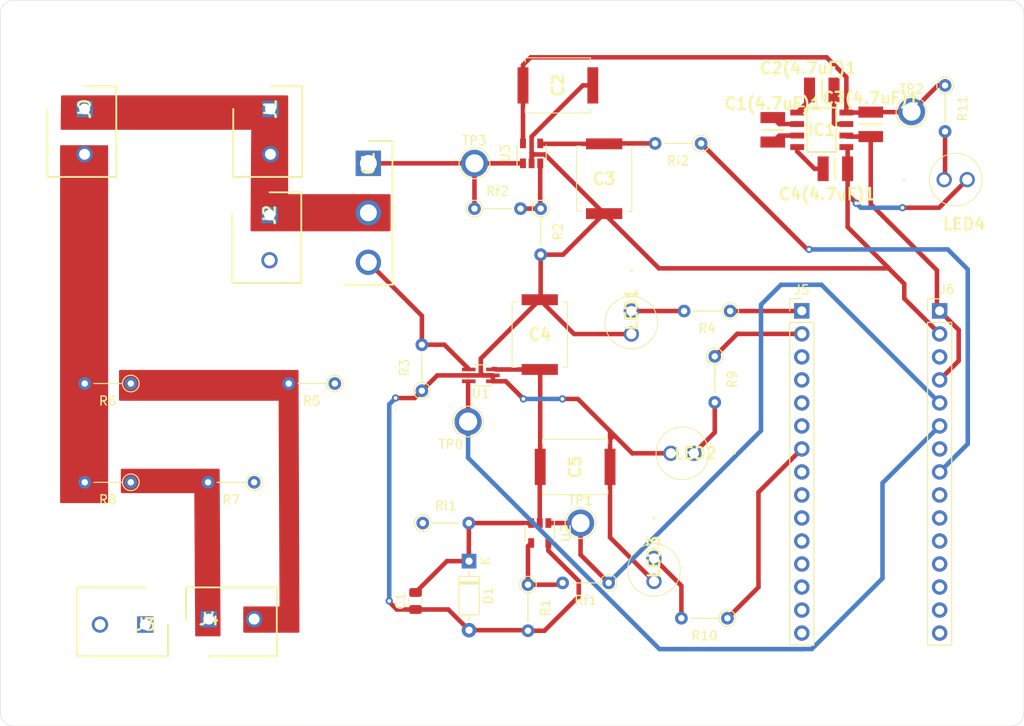
<source format=kicad_pcb>
(kicad_pcb (version 20171130) (host pcbnew "(5.1.6)-1")

  (general
    (thickness 1.6)
    (drawings 9)
    (tracks 185)
    (zones 0)
    (modules 45)
    (nets 57)
  )

  (page A4)
  (layers
    (0 F.Cu signal)
    (31 B.Cu signal)
    (32 B.Adhes user)
    (33 F.Adhes user)
    (34 B.Paste user)
    (35 F.Paste user)
    (36 B.SilkS user)
    (37 F.SilkS user)
    (38 B.Mask user)
    (39 F.Mask user)
    (40 Dwgs.User user)
    (41 Cmts.User user)
    (42 Eco1.User user)
    (43 Eco2.User user)
    (44 Edge.Cuts user)
    (45 Margin user)
    (46 B.CrtYd user)
    (47 F.CrtYd user)
    (48 B.Fab user hide)
    (49 F.Fab user hide)
  )

  (setup
    (last_trace_width 0.5)
    (user_trace_width 0.5)
    (user_trace_width 1)
    (user_trace_width 6)
    (user_trace_width 8)
    (user_trace_width 10)
    (trace_clearance 0.2)
    (zone_clearance 0.508)
    (zone_45_only no)
    (trace_min 0.2)
    (via_size 0.8)
    (via_drill 0.4)
    (via_min_size 0.4)
    (via_min_drill 0.3)
    (uvia_size 0.3)
    (uvia_drill 0.1)
    (uvias_allowed no)
    (uvia_min_size 0.2)
    (uvia_min_drill 0.1)
    (edge_width 0.05)
    (segment_width 0.2)
    (pcb_text_width 0.3)
    (pcb_text_size 1.5 1.5)
    (mod_edge_width 0.12)
    (mod_text_size 1 1)
    (mod_text_width 0.15)
    (pad_size 1.524 1.524)
    (pad_drill 0.762)
    (pad_to_mask_clearance 0.05)
    (aux_axis_origin 0 0)
    (visible_elements 7FFFFFFF)
    (pcbplotparams
      (layerselection 0x010fc_ffffffff)
      (usegerberextensions false)
      (usegerberattributes true)
      (usegerberadvancedattributes true)
      (creategerberjobfile true)
      (excludeedgelayer true)
      (linewidth 0.100000)
      (plotframeref false)
      (viasonmask false)
      (mode 1)
      (useauxorigin false)
      (hpglpennumber 1)
      (hpglpenspeed 20)
      (hpglpendiameter 15.000000)
      (psnegative false)
      (psa4output false)
      (plotreference true)
      (plotvalue true)
      (plotinvisibletext false)
      (padsonsilk false)
      (subtractmaskfromsilk false)
      (outputformat 1)
      (mirror false)
      (drillshape 0)
      (scaleselection 1)
      (outputdirectory "../../../"))
  )

  (net 0 "")
  (net 1 "Net-(C1-Pad2)")
  (net 2 GND)
  (net 3 +10V)
  (net 4 "Net-(C3-Pad1)")
  (net 5 +3V3)
  (net 6 "Net-(C1(4.7uF)1-Pad2)")
  (net 7 "Net-(C1(4.7uF)1-Pad1)")
  (net 8 "Net-(C2(4.7uF)1-Pad2)")
  (net 9 "Net-(C2(4.7uF)1-Pad1)")
  (net 10 +5V)
  (net 11 -10V)
  (net 12 DAC_Control)
  (net 13 ADC_C)
  (net 14 ADC_V)
  (net 15 "Net-(Q1-Pad3)")
  (net 16 GATE)
  (net 17 "Net-(R1-Pad1)")
  (net 18 "Net-(R2-Pad1)")
  (net 19 "Net-(R5-Pad1)")
  (net 20 "Net-(R7-Pad1)")
  (net 21 "Net-(Ri1-Pad1)")
  (net 22 "Net-(J0-Pad1)")
  (net 23 "Net-(J2-Pad2)")
  (net 24 "Net-(J3-Pad2)")
  (net 25 "Net-(J3-Pad1)")
  (net 26 "Net-(J4-Pad2)")
  (net 27 "Net-(J4-Pad1)")
  (net 28 "Net-(J5-Pad1)")
  (net 29 "Net-(J5-Pad2)")
  (net 30 "Net-(J5-Pad3)")
  (net 31 "Net-(J5-Pad4)")
  (net 32 "Net-(J5-Pad5)")
  (net 33 "Net-(J5-Pad6)")
  (net 34 "Net-(J5-Pad7)")
  (net 35 "Net-(J5-Pad8)")
  (net 36 "Net-(J5-Pad9)")
  (net 37 "Net-(J5-Pad10)")
  (net 38 "Net-(J5-Pad11)")
  (net 39 "Net-(J5-Pad12)")
  (net 40 "Net-(J5-Pad13)")
  (net 41 "Net-(J5-Pad14)")
  (net 42 "Net-(J5-Pad15)")
  (net 43 "Net-(J6-Pad3)")
  (net 44 "Net-(J6-Pad7)")
  (net 45 "Net-(J6-Pad9)")
  (net 46 "Net-(J6-Pad10)")
  (net 47 "Net-(J6-Pad11)")
  (net 48 "Net-(J6-Pad12)")
  (net 49 "Net-(J6-Pad13)")
  (net 50 "Net-(J6-Pad14)")
  (net 51 "Net-(J6-Pad15)")
  (net 52 GNDA)
  (net 53 "Net-(LED1-Pad1)")
  (net 54 "Net-(LED2-Pad1)")
  (net 55 "Net-(LED3-Pad1)")
  (net 56 "Net-(LED4-Pad1)")

  (net_class Default "This is the default net class."
    (clearance 0.2)
    (trace_width 0.25)
    (via_dia 0.8)
    (via_drill 0.4)
    (uvia_dia 0.3)
    (uvia_drill 0.1)
    (add_net +10V)
    (add_net +3V3)
    (add_net +5V)
    (add_net -10V)
    (add_net ADC_C)
    (add_net ADC_V)
    (add_net DAC_Control)
    (add_net GATE)
    (add_net GND)
    (add_net GNDA)
    (add_net "Net-(C1(4.7uF)1-Pad1)")
    (add_net "Net-(C1(4.7uF)1-Pad2)")
    (add_net "Net-(C1-Pad2)")
    (add_net "Net-(C2(4.7uF)1-Pad1)")
    (add_net "Net-(C2(4.7uF)1-Pad2)")
    (add_net "Net-(C3-Pad1)")
    (add_net "Net-(J0-Pad1)")
    (add_net "Net-(J2-Pad2)")
    (add_net "Net-(J3-Pad1)")
    (add_net "Net-(J3-Pad2)")
    (add_net "Net-(J4-Pad1)")
    (add_net "Net-(J4-Pad2)")
    (add_net "Net-(J5-Pad1)")
    (add_net "Net-(J5-Pad10)")
    (add_net "Net-(J5-Pad11)")
    (add_net "Net-(J5-Pad12)")
    (add_net "Net-(J5-Pad13)")
    (add_net "Net-(J5-Pad14)")
    (add_net "Net-(J5-Pad15)")
    (add_net "Net-(J5-Pad2)")
    (add_net "Net-(J5-Pad3)")
    (add_net "Net-(J5-Pad4)")
    (add_net "Net-(J5-Pad5)")
    (add_net "Net-(J5-Pad6)")
    (add_net "Net-(J5-Pad7)")
    (add_net "Net-(J5-Pad8)")
    (add_net "Net-(J5-Pad9)")
    (add_net "Net-(J6-Pad10)")
    (add_net "Net-(J6-Pad11)")
    (add_net "Net-(J6-Pad12)")
    (add_net "Net-(J6-Pad13)")
    (add_net "Net-(J6-Pad14)")
    (add_net "Net-(J6-Pad15)")
    (add_net "Net-(J6-Pad3)")
    (add_net "Net-(J6-Pad7)")
    (add_net "Net-(J6-Pad9)")
    (add_net "Net-(LED1-Pad1)")
    (add_net "Net-(LED2-Pad1)")
    (add_net "Net-(LED3-Pad1)")
    (add_net "Net-(LED4-Pad1)")
    (add_net "Net-(Q1-Pad3)")
    (add_net "Net-(R1-Pad1)")
    (add_net "Net-(R2-Pad1)")
    (add_net "Net-(R5-Pad1)")
    (add_net "Net-(R7-Pad1)")
    (add_net "Net-(Ri1-Pad1)")
  )

  (module TestPoint:TestPoint_Plated_Hole_D2.0mm (layer F.Cu) (tedit 5A0F774F) (tstamp 5F071DCC)
    (at 144.7 76)
    (descr "Plated Hole as test Point, diameter 2.0mm")
    (tags "test point plated hole")
    (path /5F58F3B0)
    (attr virtual)
    (fp_text reference TP3 (at 0 -2.498) (layer F.SilkS)
      (effects (font (size 1 1) (thickness 0.15)))
    )
    (fp_text value TestPoint (at 0 2.45) (layer F.Fab)
      (effects (font (size 1 1) (thickness 0.15)))
    )
    (fp_text user %R (at 0 -2.5) (layer F.Fab)
      (effects (font (size 1 1) (thickness 0.15)))
    )
    (fp_circle (center 0 0) (end 1.8 0) (layer F.CrtYd) (width 0.05))
    (fp_circle (center 0 0) (end 0 -1.7) (layer F.SilkS) (width 0.12))
    (pad 1 thru_hole circle (at 0 0) (size 3 3) (drill 2) (layers *.Cu *.Mask)
      (net 16 GATE))
  )

  (module TestPoint:TestPoint_Plated_Hole_D2.0mm (layer F.Cu) (tedit 5A0F774F) (tstamp 5F071DC4)
    (at 192.9 70.3)
    (descr "Plated Hole as test Point, diameter 2.0mm")
    (tags "test point plated hole")
    (path /5F5927AB)
    (attr virtual)
    (fp_text reference TP2 (at 0 -2.498) (layer F.SilkS)
      (effects (font (size 1 1) (thickness 0.15)))
    )
    (fp_text value TestPoint (at 0 2.45) (layer F.Fab)
      (effects (font (size 1 1) (thickness 0.15)))
    )
    (fp_text user %R (at 0 -2.5) (layer F.Fab)
      (effects (font (size 1 1) (thickness 0.15)))
    )
    (fp_circle (center 0 0) (end 1.8 0) (layer F.CrtYd) (width 0.05))
    (fp_circle (center 0 0) (end 0 -1.7) (layer F.SilkS) (width 0.12))
    (pad 1 thru_hole circle (at 0 0) (size 3 3) (drill 2) (layers *.Cu *.Mask)
      (net 3 +10V))
  )

  (module TestPoint:TestPoint_Plated_Hole_D2.0mm (layer F.Cu) (tedit 5A0F774F) (tstamp 5F071DBC)
    (at 156.4 115.7)
    (descr "Plated Hole as test Point, diameter 2.0mm")
    (tags "test point plated hole")
    (path /5F58E203)
    (attr virtual)
    (fp_text reference TP1 (at 0 -2.498) (layer F.SilkS)
      (effects (font (size 1 1) (thickness 0.15)))
    )
    (fp_text value TestPoint (at 0 2.45) (layer F.Fab)
      (effects (font (size 1 1) (thickness 0.15)))
    )
    (fp_text user %R (at 0 -2.5) (layer F.Fab)
      (effects (font (size 1 1) (thickness 0.15)))
    )
    (fp_circle (center 0 0) (end 1.8 0) (layer F.CrtYd) (width 0.05))
    (fp_circle (center 0 0) (end 0 -1.7) (layer F.SilkS) (width 0.12))
    (pad 1 thru_hole circle (at 0 0) (size 3 3) (drill 2) (layers *.Cu *.Mask)
      (net 14 ADC_V))
  )

  (module TestPoint:TestPoint_Plated_Hole_D2.0mm (layer F.Cu) (tedit 5A0F774F) (tstamp 5F071DB4)
    (at 144 104.5)
    (descr "Plated Hole as test Point, diameter 2.0mm")
    (tags "test point plated hole")
    (path /5F59065C)
    (attr virtual)
    (fp_text reference TP0 (at -1.9 2.5) (layer F.SilkS)
      (effects (font (size 1 1) (thickness 0.15)))
    )
    (fp_text value TestPoint (at 0 2.45) (layer F.Fab)
      (effects (font (size 1 1) (thickness 0.15)))
    )
    (fp_text user %R (at 0 -2.5) (layer F.Fab)
      (effects (font (size 1 1) (thickness 0.15)))
    )
    (fp_circle (center 0 0) (end 1.8 0) (layer F.CrtYd) (width 0.05))
    (fp_circle (center 0 0) (end 0 -1.7) (layer F.SilkS) (width 0.12))
    (pad 1 thru_hole circle (at 0 0) (size 3 3) (drill 2) (layers *.Cu *.Mask)
      (net 13 ADC_C))
  )

  (module Connector_PinHeader_2.54mm:PinHeader_1x15_P2.54mm_Vertical (layer F.Cu) (tedit 59FED5CC) (tstamp 5F07024D)
    (at 196 92.28)
    (descr "Through hole straight pin header, 1x15, 2.54mm pitch, single row")
    (tags "Through hole pin header THT 1x15 2.54mm single row")
    (path /5EF301C6)
    (fp_text reference J6 (at 0.8 -2.38) (layer F.SilkS)
      (effects (font (size 1 1) (thickness 0.15)))
    )
    (fp_text value Conn_01x15 (at 0 37.89) (layer F.Fab)
      (effects (font (size 1 1) (thickness 0.15)))
    )
    (fp_text user %R (at 0 17.78 90) (layer F.Fab)
      (effects (font (size 1 1) (thickness 0.15)))
    )
    (fp_line (start -0.635 -1.27) (end 1.27 -1.27) (layer F.Fab) (width 0.1))
    (fp_line (start 1.27 -1.27) (end 1.27 36.83) (layer F.Fab) (width 0.1))
    (fp_line (start 1.27 36.83) (end -1.27 36.83) (layer F.Fab) (width 0.1))
    (fp_line (start -1.27 36.83) (end -1.27 -0.635) (layer F.Fab) (width 0.1))
    (fp_line (start -1.27 -0.635) (end -0.635 -1.27) (layer F.Fab) (width 0.1))
    (fp_line (start -1.33 36.89) (end 1.33 36.89) (layer F.SilkS) (width 0.12))
    (fp_line (start -1.33 1.27) (end -1.33 36.89) (layer F.SilkS) (width 0.12))
    (fp_line (start 1.33 1.27) (end 1.33 36.89) (layer F.SilkS) (width 0.12))
    (fp_line (start -1.33 1.27) (end 1.33 1.27) (layer F.SilkS) (width 0.12))
    (fp_line (start -1.33 0) (end -1.33 -1.33) (layer F.SilkS) (width 0.12))
    (fp_line (start -1.33 -1.33) (end 0 -1.33) (layer F.SilkS) (width 0.12))
    (fp_line (start -1.8 -1.8) (end -1.8 37.35) (layer F.CrtYd) (width 0.05))
    (fp_line (start -1.8 37.35) (end 1.8 37.35) (layer F.CrtYd) (width 0.05))
    (fp_line (start 1.8 37.35) (end 1.8 -1.8) (layer F.CrtYd) (width 0.05))
    (fp_line (start 1.8 -1.8) (end -1.8 -1.8) (layer F.CrtYd) (width 0.05))
    (pad 1 thru_hole rect (at 0 0) (size 1.7 1.7) (drill 1) (layers *.Cu *.Mask)
      (net 10 +5V))
    (pad 2 thru_hole oval (at 0 2.54) (size 1.7 1.7) (drill 1) (layers *.Cu *.Mask)
      (net 2 GND))
    (pad 3 thru_hole oval (at 0 5.08) (size 1.7 1.7) (drill 1) (layers *.Cu *.Mask)
      (net 43 "Net-(J6-Pad3)"))
    (pad 4 thru_hole oval (at 0 7.62) (size 1.7 1.7) (drill 1) (layers *.Cu *.Mask)
      (net 10 +5V))
    (pad 5 thru_hole oval (at 0 10.16) (size 1.7 1.7) (drill 1) (layers *.Cu *.Mask)
      (net 14 ADC_V))
    (pad 6 thru_hole oval (at 0 12.7) (size 1.7 1.7) (drill 1) (layers *.Cu *.Mask)
      (net 13 ADC_C))
    (pad 7 thru_hole oval (at 0 15.24) (size 1.7 1.7) (drill 1) (layers *.Cu *.Mask)
      (net 44 "Net-(J6-Pad7)"))
    (pad 8 thru_hole oval (at 0 17.78) (size 1.7 1.7) (drill 1) (layers *.Cu *.Mask)
      (net 12 DAC_Control))
    (pad 9 thru_hole oval (at 0 20.32) (size 1.7 1.7) (drill 1) (layers *.Cu *.Mask)
      (net 45 "Net-(J6-Pad9)"))
    (pad 10 thru_hole oval (at 0 22.86) (size 1.7 1.7) (drill 1) (layers *.Cu *.Mask)
      (net 46 "Net-(J6-Pad10)"))
    (pad 11 thru_hole oval (at 0 25.4) (size 1.7 1.7) (drill 1) (layers *.Cu *.Mask)
      (net 47 "Net-(J6-Pad11)"))
    (pad 12 thru_hole oval (at 0 27.94) (size 1.7 1.7) (drill 1) (layers *.Cu *.Mask)
      (net 48 "Net-(J6-Pad12)"))
    (pad 13 thru_hole oval (at 0 30.48) (size 1.7 1.7) (drill 1) (layers *.Cu *.Mask)
      (net 49 "Net-(J6-Pad13)"))
    (pad 14 thru_hole oval (at 0 33.02) (size 1.7 1.7) (drill 1) (layers *.Cu *.Mask)
      (net 50 "Net-(J6-Pad14)"))
    (pad 15 thru_hole oval (at 0 35.56) (size 1.7 1.7) (drill 1) (layers *.Cu *.Mask)
      (net 51 "Net-(J6-Pad15)"))
    (model ${KISYS3DMOD}/Connector_PinHeader_2.54mm.3dshapes/PinHeader_1x15_P2.54mm_Vertical.wrl
      (at (xyz 0 0 0))
      (scale (xyz 1 1 1))
      (rotate (xyz 0 0 0))
    )
  )

  (module Connector_PinHeader_2.54mm:PinHeader_1x15_P2.54mm_Vertical (layer F.Cu) (tedit 59FED5CC) (tstamp 5F07022A)
    (at 180.8 92.28)
    (descr "Through hole straight pin header, 1x15, 2.54mm pitch, single row")
    (tags "Through hole pin header THT 1x15 2.54mm single row")
    (path /5EF2CFB4)
    (fp_text reference J5 (at 0 -2.33) (layer F.SilkS)
      (effects (font (size 1 1) (thickness 0.15)))
    )
    (fp_text value Conn_01x15 (at 0 37.89) (layer F.Fab)
      (effects (font (size 1 1) (thickness 0.15)))
    )
    (fp_text user %R (at 0 17.78 90) (layer F.Fab)
      (effects (font (size 1 1) (thickness 0.15)))
    )
    (fp_line (start -0.635 -1.27) (end 1.27 -1.27) (layer F.Fab) (width 0.1))
    (fp_line (start 1.27 -1.27) (end 1.27 36.83) (layer F.Fab) (width 0.1))
    (fp_line (start 1.27 36.83) (end -1.27 36.83) (layer F.Fab) (width 0.1))
    (fp_line (start -1.27 36.83) (end -1.27 -0.635) (layer F.Fab) (width 0.1))
    (fp_line (start -1.27 -0.635) (end -0.635 -1.27) (layer F.Fab) (width 0.1))
    (fp_line (start -1.33 36.89) (end 1.33 36.89) (layer F.SilkS) (width 0.12))
    (fp_line (start -1.33 1.27) (end -1.33 36.89) (layer F.SilkS) (width 0.12))
    (fp_line (start 1.33 1.27) (end 1.33 36.89) (layer F.SilkS) (width 0.12))
    (fp_line (start -1.33 1.27) (end 1.33 1.27) (layer F.SilkS) (width 0.12))
    (fp_line (start -1.33 0) (end -1.33 -1.33) (layer F.SilkS) (width 0.12))
    (fp_line (start -1.33 -1.33) (end 0 -1.33) (layer F.SilkS) (width 0.12))
    (fp_line (start -1.8 -1.8) (end -1.8 37.35) (layer F.CrtYd) (width 0.05))
    (fp_line (start -1.8 37.35) (end 1.8 37.35) (layer F.CrtYd) (width 0.05))
    (fp_line (start 1.8 37.35) (end 1.8 -1.8) (layer F.CrtYd) (width 0.05))
    (fp_line (start 1.8 -1.8) (end -1.8 -1.8) (layer F.CrtYd) (width 0.05))
    (pad 1 thru_hole rect (at 0 0) (size 1.7 1.7) (drill 1) (layers *.Cu *.Mask)
      (net 28 "Net-(J5-Pad1)"))
    (pad 2 thru_hole oval (at 0 2.54) (size 1.7 1.7) (drill 1) (layers *.Cu *.Mask)
      (net 29 "Net-(J5-Pad2)"))
    (pad 3 thru_hole oval (at 0 5.08) (size 1.7 1.7) (drill 1) (layers *.Cu *.Mask)
      (net 30 "Net-(J5-Pad3)"))
    (pad 4 thru_hole oval (at 0 7.62) (size 1.7 1.7) (drill 1) (layers *.Cu *.Mask)
      (net 31 "Net-(J5-Pad4)"))
    (pad 5 thru_hole oval (at 0 10.16) (size 1.7 1.7) (drill 1) (layers *.Cu *.Mask)
      (net 32 "Net-(J5-Pad5)"))
    (pad 6 thru_hole oval (at 0 12.7) (size 1.7 1.7) (drill 1) (layers *.Cu *.Mask)
      (net 33 "Net-(J5-Pad6)"))
    (pad 7 thru_hole oval (at 0 15.24) (size 1.7 1.7) (drill 1) (layers *.Cu *.Mask)
      (net 34 "Net-(J5-Pad7)"))
    (pad 8 thru_hole oval (at 0 17.78) (size 1.7 1.7) (drill 1) (layers *.Cu *.Mask)
      (net 35 "Net-(J5-Pad8)"))
    (pad 9 thru_hole oval (at 0 20.32) (size 1.7 1.7) (drill 1) (layers *.Cu *.Mask)
      (net 36 "Net-(J5-Pad9)"))
    (pad 10 thru_hole oval (at 0 22.86) (size 1.7 1.7) (drill 1) (layers *.Cu *.Mask)
      (net 37 "Net-(J5-Pad10)"))
    (pad 11 thru_hole oval (at 0 25.4) (size 1.7 1.7) (drill 1) (layers *.Cu *.Mask)
      (net 38 "Net-(J5-Pad11)"))
    (pad 12 thru_hole oval (at 0 27.94) (size 1.7 1.7) (drill 1) (layers *.Cu *.Mask)
      (net 39 "Net-(J5-Pad12)"))
    (pad 13 thru_hole oval (at 0 30.48) (size 1.7 1.7) (drill 1) (layers *.Cu *.Mask)
      (net 40 "Net-(J5-Pad13)"))
    (pad 14 thru_hole oval (at 0 33.02) (size 1.7 1.7) (drill 1) (layers *.Cu *.Mask)
      (net 41 "Net-(J5-Pad14)"))
    (pad 15 thru_hole oval (at 0 35.56) (size 1.7 1.7) (drill 1) (layers *.Cu *.Mask)
      (net 42 "Net-(J5-Pad15)"))
    (model ${KISYS3DMOD}/Connector_PinHeader_2.54mm.3dshapes/PinHeader_1x15_P2.54mm_Vertical.wrl
      (at (xyz 0 0 0))
      (scale (xyz 1 1 1))
      (rotate (xyz 0 0 0))
    )
  )

  (module Resistor_THT:R_Axial_DIN0204_L3.6mm_D1.6mm_P5.08mm_Vertical (layer F.Cu) (tedit 5AE5139B) (tstamp 5F06AF93)
    (at 196.6 67.4 270)
    (descr "Resistor, Axial_DIN0204 series, Axial, Vertical, pin pitch=5.08mm, 0.167W, length*diameter=3.6*1.6mm^2, http://cdn-reichelt.de/documents/datenblatt/B400/1_4W%23YAG.pdf")
    (tags "Resistor Axial_DIN0204 series Axial Vertical pin pitch 5.08mm 0.167W length 3.6mm diameter 1.6mm")
    (path /5F4C121D)
    (fp_text reference R11 (at 2.54 -1.92 90) (layer F.SilkS)
      (effects (font (size 1 1) (thickness 0.15)))
    )
    (fp_text value 330 (at 2.54 1.92 90) (layer F.Fab)
      (effects (font (size 1 1) (thickness 0.15)))
    )
    (fp_text user %R (at 2.54 -1.92 90) (layer F.Fab)
      (effects (font (size 1 1) (thickness 0.15)))
    )
    (fp_circle (center 0 0) (end 0.8 0) (layer F.Fab) (width 0.1))
    (fp_circle (center 0 0) (end 0.92 0) (layer F.SilkS) (width 0.12))
    (fp_line (start 0 0) (end 5.08 0) (layer F.Fab) (width 0.1))
    (fp_line (start 0.92 0) (end 4.08 0) (layer F.SilkS) (width 0.12))
    (fp_line (start -1.05 -1.05) (end -1.05 1.05) (layer F.CrtYd) (width 0.05))
    (fp_line (start -1.05 1.05) (end 6.03 1.05) (layer F.CrtYd) (width 0.05))
    (fp_line (start 6.03 1.05) (end 6.03 -1.05) (layer F.CrtYd) (width 0.05))
    (fp_line (start 6.03 -1.05) (end -1.05 -1.05) (layer F.CrtYd) (width 0.05))
    (pad 1 thru_hole circle (at 0 0 270) (size 1.4 1.4) (drill 0.7) (layers *.Cu *.Mask)
      (net 3 +10V))
    (pad 2 thru_hole oval (at 5.08 0 270) (size 1.4 1.4) (drill 0.7) (layers *.Cu *.Mask)
      (net 56 "Net-(LED4-Pad1)"))
    (model ${KISYS3DMOD}/Resistor_THT.3dshapes/R_Axial_DIN0204_L3.6mm_D1.6mm_P5.08mm_Vertical.wrl
      (at (xyz 0 0 0))
      (scale (xyz 1 1 1))
      (rotate (xyz 0 0 0))
    )
  )

  (module Resistor_THT:R_Axial_DIN0204_L3.6mm_D1.6mm_P5.08mm_Vertical (layer F.Cu) (tedit 5AE5139B) (tstamp 5F06AF84)
    (at 172.6 126.2 180)
    (descr "Resistor, Axial_DIN0204 series, Axial, Vertical, pin pitch=5.08mm, 0.167W, length*diameter=3.6*1.6mm^2, http://cdn-reichelt.de/documents/datenblatt/B400/1_4W%23YAG.pdf")
    (tags "Resistor Axial_DIN0204 series Axial Vertical pin pitch 5.08mm 0.167W length 3.6mm diameter 1.6mm")
    (path /5F4AF220)
    (fp_text reference R10 (at 2.54 -1.92) (layer F.SilkS)
      (effects (font (size 1 1) (thickness 0.15)))
    )
    (fp_text value 330 (at 2.54 1.92) (layer F.Fab)
      (effects (font (size 1 1) (thickness 0.15)))
    )
    (fp_text user %R (at 2.54 -1.92) (layer F.Fab)
      (effects (font (size 1 1) (thickness 0.15)))
    )
    (fp_circle (center 0 0) (end 0.8 0) (layer F.Fab) (width 0.1))
    (fp_circle (center 0 0) (end 0.92 0) (layer F.SilkS) (width 0.12))
    (fp_line (start 0 0) (end 5.08 0) (layer F.Fab) (width 0.1))
    (fp_line (start 0.92 0) (end 4.08 0) (layer F.SilkS) (width 0.12))
    (fp_line (start -1.05 -1.05) (end -1.05 1.05) (layer F.CrtYd) (width 0.05))
    (fp_line (start -1.05 1.05) (end 6.03 1.05) (layer F.CrtYd) (width 0.05))
    (fp_line (start 6.03 1.05) (end 6.03 -1.05) (layer F.CrtYd) (width 0.05))
    (fp_line (start 6.03 -1.05) (end -1.05 -1.05) (layer F.CrtYd) (width 0.05))
    (pad 1 thru_hole circle (at 0 0 180) (size 1.4 1.4) (drill 0.7) (layers *.Cu *.Mask)
      (net 34 "Net-(J5-Pad7)"))
    (pad 2 thru_hole oval (at 5.08 0 180) (size 1.4 1.4) (drill 0.7) (layers *.Cu *.Mask)
      (net 55 "Net-(LED3-Pad1)"))
    (model ${KISYS3DMOD}/Resistor_THT.3dshapes/R_Axial_DIN0204_L3.6mm_D1.6mm_P5.08mm_Vertical.wrl
      (at (xyz 0 0 0))
      (scale (xyz 1 1 1))
      (rotate (xyz 0 0 0))
    )
  )

  (module Resistor_THT:R_Axial_DIN0204_L3.6mm_D1.6mm_P5.08mm_Vertical (layer F.Cu) (tedit 5AE5139B) (tstamp 5F06AEF7)
    (at 172.9 92.3 180)
    (descr "Resistor, Axial_DIN0204 series, Axial, Vertical, pin pitch=5.08mm, 0.167W, length*diameter=3.6*1.6mm^2, http://cdn-reichelt.de/documents/datenblatt/B400/1_4W%23YAG.pdf")
    (tags "Resistor Axial_DIN0204 series Axial Vertical pin pitch 5.08mm 0.167W length 3.6mm diameter 1.6mm")
    (path /5F481BF5)
    (fp_text reference R4 (at 2.54 -1.92) (layer F.SilkS)
      (effects (font (size 1 1) (thickness 0.15)))
    )
    (fp_text value 330 (at 2.54 1.92) (layer F.Fab)
      (effects (font (size 1 1) (thickness 0.15)))
    )
    (fp_text user %R (at 2.54 -1.92) (layer F.Fab)
      (effects (font (size 1 1) (thickness 0.15)))
    )
    (fp_circle (center 0 0) (end 0.8 0) (layer F.Fab) (width 0.1))
    (fp_circle (center 0 0) (end 0.92 0) (layer F.SilkS) (width 0.12))
    (fp_line (start 0 0) (end 5.08 0) (layer F.Fab) (width 0.1))
    (fp_line (start 0.92 0) (end 4.08 0) (layer F.SilkS) (width 0.12))
    (fp_line (start -1.05 -1.05) (end -1.05 1.05) (layer F.CrtYd) (width 0.05))
    (fp_line (start -1.05 1.05) (end 6.03 1.05) (layer F.CrtYd) (width 0.05))
    (fp_line (start 6.03 1.05) (end 6.03 -1.05) (layer F.CrtYd) (width 0.05))
    (fp_line (start 6.03 -1.05) (end -1.05 -1.05) (layer F.CrtYd) (width 0.05))
    (pad 1 thru_hole circle (at 0 0 180) (size 1.4 1.4) (drill 0.7) (layers *.Cu *.Mask)
      (net 28 "Net-(J5-Pad1)"))
    (pad 2 thru_hole oval (at 5.08 0 180) (size 1.4 1.4) (drill 0.7) (layers *.Cu *.Mask)
      (net 53 "Net-(LED1-Pad1)"))
    (model ${KISYS3DMOD}/Resistor_THT.3dshapes/R_Axial_DIN0204_L3.6mm_D1.6mm_P5.08mm_Vertical.wrl
      (at (xyz 0 0 0))
      (scale (xyz 1 1 1))
      (rotate (xyz 0 0 0))
    )
  )

  (module SamacSys_Parts:TLHR5400AS12Z (layer F.Cu) (tedit 0) (tstamp 5F06AE6E)
    (at 196.5 77.8)
    (descr TLHR5400-AS12Z-1)
    (tags LED)
    (path /5F4C1230)
    (fp_text reference LED4 (at 2.2 4.9) (layer F.SilkS)
      (effects (font (size 1.27 1.27) (thickness 0.254)))
    )
    (fp_text value TLHR5400-AS12Z (at -0.165 0) (layer F.Fab) hide
      (effects (font (size 1.27 1.27) (thickness 0.254)))
    )
    (fp_text user %R (at -0.165 0) (layer F.Fab)
      (effects (font (size 1.27 1.27) (thickness 0.254)))
    )
    (fp_arc (start 1.27 0) (end -1.63 0) (angle -180) (layer F.Fab) (width 0.2))
    (fp_arc (start 1.27 0) (end 4.17 0) (angle -180) (layer F.Fab) (width 0.2))
    (fp_arc (start 1.27 0) (end -1.63 0) (angle -180) (layer F.SilkS) (width 0.1))
    (fp_arc (start 1.27 0) (end 4.17 0) (angle -180) (layer F.SilkS) (width 0.1))
    (fp_arc (start -4.45 0) (end -4.5 0) (angle -180) (layer F.SilkS) (width 0.2))
    (fp_arc (start -4.45 0) (end -4.4 0) (angle -180) (layer F.SilkS) (width 0.2))
    (fp_arc (start -4.45 0) (end -4.5 0) (angle -180) (layer F.SilkS) (width 0.2))
    (fp_line (start -5.5 -3.9) (end 5.17 -3.9) (layer F.CrtYd) (width 0.1))
    (fp_line (start 5.17 -3.9) (end 5.17 3.9) (layer F.CrtYd) (width 0.1))
    (fp_line (start 5.17 3.9) (end -5.5 3.9) (layer F.CrtYd) (width 0.1))
    (fp_line (start -5.5 3.9) (end -5.5 -3.9) (layer F.CrtYd) (width 0.1))
    (fp_line (start -1.63 0) (end -1.63 0) (layer F.Fab) (width 0.2))
    (fp_line (start 4.17 0) (end 4.17 0) (layer F.Fab) (width 0.2))
    (fp_line (start -1.63 0) (end -1.63 0) (layer F.SilkS) (width 0.1))
    (fp_line (start 4.17 0) (end 4.17 0) (layer F.SilkS) (width 0.1))
    (fp_line (start -4.5 0) (end -4.5 0) (layer F.SilkS) (width 0.2))
    (fp_line (start -4.4 0) (end -4.4 0) (layer F.SilkS) (width 0.2))
    (fp_line (start -4.5 0) (end -4.5 0) (layer F.SilkS) (width 0.2))
    (pad 1 thru_hole circle (at 0 0) (size 1.68 1.68) (drill 1.12) (layers *.Cu *.Mask)
      (net 56 "Net-(LED4-Pad1)"))
    (pad 2 thru_hole circle (at 2.54 0) (size 1.68 1.68) (drill 1.12) (layers *.Cu *.Mask)
      (net 2 GND))
    (model "C:\\Users\\youss\\Desktop\\another temp\\kitkad\\library loader new\\SamacSys_Parts.3dshapes\\TLHR5400-AS12Z.stp"
      (at (xyz 0 0 0))
      (scale (xyz 1 1 1))
      (rotate (xyz 0 0 0))
    )
  )

  (module SamacSys_Parts:TLHR5400AS12Z (layer F.Cu) (tedit 0) (tstamp 5F06AE55)
    (at 164.5 119.6 270)
    (descr TLHR5400-AS12Z-1)
    (tags LED)
    (path /5F4AF233)
    (fp_text reference LED3 (at -0.165 0 90) (layer F.SilkS)
      (effects (font (size 1.27 1.27) (thickness 0.254)))
    )
    (fp_text value TLHR5400-AS12Z (at -0.165 0 90) (layer F.Fab) hide
      (effects (font (size 1.27 1.27) (thickness 0.254)))
    )
    (fp_text user %R (at -0.165 0 90) (layer F.Fab)
      (effects (font (size 1.27 1.27) (thickness 0.254)))
    )
    (fp_arc (start 1.27 0) (end -1.63 0) (angle -180) (layer F.Fab) (width 0.2))
    (fp_arc (start 1.27 0) (end 4.17 0) (angle -180) (layer F.Fab) (width 0.2))
    (fp_arc (start 1.27 0) (end -1.63 0) (angle -180) (layer F.SilkS) (width 0.1))
    (fp_arc (start 1.27 0) (end 4.17 0) (angle -180) (layer F.SilkS) (width 0.1))
    (fp_arc (start -4.45 0) (end -4.5 0) (angle -180) (layer F.SilkS) (width 0.2))
    (fp_arc (start -4.45 0) (end -4.4 0) (angle -180) (layer F.SilkS) (width 0.2))
    (fp_arc (start -4.45 0) (end -4.5 0) (angle -180) (layer F.SilkS) (width 0.2))
    (fp_line (start -5.5 -3.9) (end 5.17 -3.9) (layer F.CrtYd) (width 0.1))
    (fp_line (start 5.17 -3.9) (end 5.17 3.9) (layer F.CrtYd) (width 0.1))
    (fp_line (start 5.17 3.9) (end -5.5 3.9) (layer F.CrtYd) (width 0.1))
    (fp_line (start -5.5 3.9) (end -5.5 -3.9) (layer F.CrtYd) (width 0.1))
    (fp_line (start -1.63 0) (end -1.63 0) (layer F.Fab) (width 0.2))
    (fp_line (start 4.17 0) (end 4.17 0) (layer F.Fab) (width 0.2))
    (fp_line (start -1.63 0) (end -1.63 0) (layer F.SilkS) (width 0.1))
    (fp_line (start 4.17 0) (end 4.17 0) (layer F.SilkS) (width 0.1))
    (fp_line (start -4.5 0) (end -4.5 0) (layer F.SilkS) (width 0.2))
    (fp_line (start -4.4 0) (end -4.4 0) (layer F.SilkS) (width 0.2))
    (fp_line (start -4.5 0) (end -4.5 0) (layer F.SilkS) (width 0.2))
    (pad 1 thru_hole circle (at 0 0 270) (size 1.68 1.68) (drill 1.12) (layers *.Cu *.Mask)
      (net 55 "Net-(LED3-Pad1)"))
    (pad 2 thru_hole circle (at 2.54 0 270) (size 1.68 1.68) (drill 1.12) (layers *.Cu *.Mask)
      (net 2 GND))
    (model "C:\\Users\\youss\\Desktop\\another temp\\kitkad\\library loader new\\SamacSys_Parts.3dshapes\\TLHR5400-AS12Z.stp"
      (at (xyz 0 0 0))
      (scale (xyz 1 1 1))
      (rotate (xyz 0 0 0))
    )
  )

  (module SamacSys_Parts:TLHR5400AS12Z (layer F.Cu) (tedit 0) (tstamp 5F06AE3C)
    (at 168.9 108 180)
    (descr TLHR5400-AS12Z-1)
    (tags LED)
    (path /5F470E7A)
    (fp_text reference LED2 (at -0.165 0) (layer F.SilkS)
      (effects (font (size 1.27 1.27) (thickness 0.254)))
    )
    (fp_text value TLHR5400-AS12Z (at -0.165 0) (layer F.Fab) hide
      (effects (font (size 1.27 1.27) (thickness 0.254)))
    )
    (fp_text user %R (at -0.165 0) (layer F.Fab)
      (effects (font (size 1.27 1.27) (thickness 0.254)))
    )
    (fp_arc (start 1.27 0) (end -1.63 0) (angle -180) (layer F.Fab) (width 0.2))
    (fp_arc (start 1.27 0) (end 4.17 0) (angle -180) (layer F.Fab) (width 0.2))
    (fp_arc (start 1.27 0) (end -1.63 0) (angle -180) (layer F.SilkS) (width 0.1))
    (fp_arc (start 1.27 0) (end 4.17 0) (angle -180) (layer F.SilkS) (width 0.1))
    (fp_arc (start -4.45 0) (end -4.5 0) (angle -180) (layer F.SilkS) (width 0.2))
    (fp_arc (start -4.45 0) (end -4.4 0) (angle -180) (layer F.SilkS) (width 0.2))
    (fp_arc (start -4.45 0) (end -4.5 0) (angle -180) (layer F.SilkS) (width 0.2))
    (fp_line (start -5.5 -3.9) (end 5.17 -3.9) (layer F.CrtYd) (width 0.1))
    (fp_line (start 5.17 -3.9) (end 5.17 3.9) (layer F.CrtYd) (width 0.1))
    (fp_line (start 5.17 3.9) (end -5.5 3.9) (layer F.CrtYd) (width 0.1))
    (fp_line (start -5.5 3.9) (end -5.5 -3.9) (layer F.CrtYd) (width 0.1))
    (fp_line (start -1.63 0) (end -1.63 0) (layer F.Fab) (width 0.2))
    (fp_line (start 4.17 0) (end 4.17 0) (layer F.Fab) (width 0.2))
    (fp_line (start -1.63 0) (end -1.63 0) (layer F.SilkS) (width 0.1))
    (fp_line (start 4.17 0) (end 4.17 0) (layer F.SilkS) (width 0.1))
    (fp_line (start -4.5 0) (end -4.5 0) (layer F.SilkS) (width 0.2))
    (fp_line (start -4.4 0) (end -4.4 0) (layer F.SilkS) (width 0.2))
    (fp_line (start -4.5 0) (end -4.5 0) (layer F.SilkS) (width 0.2))
    (pad 1 thru_hole circle (at 0 0 180) (size 1.68 1.68) (drill 1.12) (layers *.Cu *.Mask)
      (net 54 "Net-(LED2-Pad1)"))
    (pad 2 thru_hole circle (at 2.54 0 180) (size 1.68 1.68) (drill 1.12) (layers *.Cu *.Mask)
      (net 2 GND))
    (model "C:\\Users\\youss\\Desktop\\another temp\\kitkad\\library loader new\\SamacSys_Parts.3dshapes\\TLHR5400-AS12Z.stp"
      (at (xyz 0 0 0))
      (scale (xyz 1 1 1))
      (rotate (xyz 0 0 0))
    )
  )

  (module SamacSys_Parts:TLHR5400AS12Z (layer F.Cu) (tedit 0) (tstamp 5F06AE23)
    (at 162 92.3 270)
    (descr TLHR5400-AS12Z-1)
    (tags LED)
    (path /5F4A6408)
    (fp_text reference LED1 (at -0.165 0 90) (layer F.SilkS)
      (effects (font (size 1.27 1.27) (thickness 0.254)))
    )
    (fp_text value TLHR5400-AS12Z (at -0.165 0 90) (layer F.Fab) hide
      (effects (font (size 1.27 1.27) (thickness 0.254)))
    )
    (fp_text user %R (at -0.165 0 90) (layer F.Fab)
      (effects (font (size 1.27 1.27) (thickness 0.254)))
    )
    (fp_arc (start 1.27 0) (end -1.63 0) (angle -180) (layer F.Fab) (width 0.2))
    (fp_arc (start 1.27 0) (end 4.17 0) (angle -180) (layer F.Fab) (width 0.2))
    (fp_arc (start 1.27 0) (end -1.63 0) (angle -180) (layer F.SilkS) (width 0.1))
    (fp_arc (start 1.27 0) (end 4.17 0) (angle -180) (layer F.SilkS) (width 0.1))
    (fp_arc (start -4.45 0) (end -4.5 0) (angle -180) (layer F.SilkS) (width 0.2))
    (fp_arc (start -4.45 0) (end -4.4 0) (angle -180) (layer F.SilkS) (width 0.2))
    (fp_arc (start -4.45 0) (end -4.5 0) (angle -180) (layer F.SilkS) (width 0.2))
    (fp_line (start -5.5 -3.9) (end 5.17 -3.9) (layer F.CrtYd) (width 0.1))
    (fp_line (start 5.17 -3.9) (end 5.17 3.9) (layer F.CrtYd) (width 0.1))
    (fp_line (start 5.17 3.9) (end -5.5 3.9) (layer F.CrtYd) (width 0.1))
    (fp_line (start -5.5 3.9) (end -5.5 -3.9) (layer F.CrtYd) (width 0.1))
    (fp_line (start -1.63 0) (end -1.63 0) (layer F.Fab) (width 0.2))
    (fp_line (start 4.17 0) (end 4.17 0) (layer F.Fab) (width 0.2))
    (fp_line (start -1.63 0) (end -1.63 0) (layer F.SilkS) (width 0.1))
    (fp_line (start 4.17 0) (end 4.17 0) (layer F.SilkS) (width 0.1))
    (fp_line (start -4.5 0) (end -4.5 0) (layer F.SilkS) (width 0.2))
    (fp_line (start -4.4 0) (end -4.4 0) (layer F.SilkS) (width 0.2))
    (fp_line (start -4.5 0) (end -4.5 0) (layer F.SilkS) (width 0.2))
    (pad 1 thru_hole circle (at 0 0 270) (size 1.68 1.68) (drill 1.12) (layers *.Cu *.Mask)
      (net 53 "Net-(LED1-Pad1)"))
    (pad 2 thru_hole circle (at 2.54 0 270) (size 1.68 1.68) (drill 1.12) (layers *.Cu *.Mask)
      (net 2 GND))
    (model "C:\\Users\\youss\\Desktop\\another temp\\kitkad\\library loader new\\SamacSys_Parts.3dshapes\\TLHR5400-AS12Z.stp"
      (at (xyz 0 0 0))
      (scale (xyz 1 1 1))
      (rotate (xyz 0 0 0))
    )
  )

  (module SamacSys_Parts:SHDR2W100P0X500_1X2_1000X760X1040P (layer F.Cu) (tedit 0) (tstamp 5F059563)
    (at 115.4 126.3)
    (descr TB002-500-02BE)
    (tags Connector)
    (path /5F082055)
    (fp_text reference J4 (at 0 0) (layer F.SilkS)
      (effects (font (size 1.27 1.27) (thickness 0.254)))
    )
    (fp_text value TB002-500-02BE (at 0 0) (layer F.Fab) hide
      (effects (font (size 1.27 1.27) (thickness 0.254)))
    )
    (fp_line (start -2.75 4.35) (end -2.75 -3.75) (layer F.CrtYd) (width 0.05))
    (fp_line (start -2.75 -3.75) (end 7.75 -3.75) (layer F.CrtYd) (width 0.05))
    (fp_line (start 7.75 -3.75) (end 7.75 4.35) (layer F.CrtYd) (width 0.05))
    (fp_line (start 7.75 4.35) (end -2.75 4.35) (layer F.CrtYd) (width 0.05))
    (fp_line (start -2.5 4.1) (end -2.5 -3.5) (layer F.Fab) (width 0.1))
    (fp_line (start -2.5 -3.5) (end 7.5 -3.5) (layer F.Fab) (width 0.1))
    (fp_line (start 7.5 -3.5) (end 7.5 4.1) (layer F.Fab) (width 0.1))
    (fp_line (start 7.5 4.1) (end -2.5 4.1) (layer F.Fab) (width 0.1))
    (fp_line (start 0 4.1) (end 7.5 4.1) (layer F.SilkS) (width 0.2))
    (fp_line (start 7.5 4.1) (end 7.5 -3.5) (layer F.SilkS) (width 0.2))
    (fp_line (start 7.5 -3.5) (end -2.5 -3.5) (layer F.SilkS) (width 0.2))
    (fp_line (start -2.5 -3.5) (end -2.5 0) (layer F.SilkS) (width 0.2))
    (fp_text user %R (at 0 0) (layer F.Fab)
      (effects (font (size 1.27 1.27) (thickness 0.254)))
    )
    (pad 1 thru_hole rect (at 0 0) (size 1.8 1.8) (drill 1.2) (layers *.Cu *.Mask)
      (net 27 "Net-(J4-Pad1)"))
    (pad 2 thru_hole circle (at 5 0) (size 1.8 1.8) (drill 1.2) (layers *.Cu *.Mask)
      (net 26 "Net-(J4-Pad2)"))
  )

  (module SamacSys_Parts:SHDR2W100P0X500_1X2_1000X760X1040P (layer F.Cu) (tedit 0) (tstamp 5F059550)
    (at 108.4 126.9 180)
    (descr TB002-500-02BE)
    (tags Connector)
    (path /5F07A352)
    (fp_text reference J3 (at 0 0) (layer F.SilkS)
      (effects (font (size 1.27 1.27) (thickness 0.254)))
    )
    (fp_text value TB002-500-02BE (at 0 0) (layer F.Fab) hide
      (effects (font (size 1.27 1.27) (thickness 0.254)))
    )
    (fp_line (start -2.75 4.35) (end -2.75 -3.75) (layer F.CrtYd) (width 0.05))
    (fp_line (start -2.75 -3.75) (end 7.75 -3.75) (layer F.CrtYd) (width 0.05))
    (fp_line (start 7.75 -3.75) (end 7.75 4.35) (layer F.CrtYd) (width 0.05))
    (fp_line (start 7.75 4.35) (end -2.75 4.35) (layer F.CrtYd) (width 0.05))
    (fp_line (start -2.5 4.1) (end -2.5 -3.5) (layer F.Fab) (width 0.1))
    (fp_line (start -2.5 -3.5) (end 7.5 -3.5) (layer F.Fab) (width 0.1))
    (fp_line (start 7.5 -3.5) (end 7.5 4.1) (layer F.Fab) (width 0.1))
    (fp_line (start 7.5 4.1) (end -2.5 4.1) (layer F.Fab) (width 0.1))
    (fp_line (start 0 4.1) (end 7.5 4.1) (layer F.SilkS) (width 0.2))
    (fp_line (start 7.5 4.1) (end 7.5 -3.5) (layer F.SilkS) (width 0.2))
    (fp_line (start 7.5 -3.5) (end -2.5 -3.5) (layer F.SilkS) (width 0.2))
    (fp_line (start -2.5 -3.5) (end -2.5 0) (layer F.SilkS) (width 0.2))
    (fp_text user %R (at 0 0) (layer F.Fab)
      (effects (font (size 1.27 1.27) (thickness 0.254)))
    )
    (pad 1 thru_hole rect (at 0 0 180) (size 1.8 1.8) (drill 1.2) (layers *.Cu *.Mask)
      (net 25 "Net-(J3-Pad1)"))
    (pad 2 thru_hole circle (at 5 0 180) (size 1.8 1.8) (drill 1.2) (layers *.Cu *.Mask)
      (net 24 "Net-(J3-Pad2)"))
  )

  (module SamacSys_Parts:SHDR2W100P0X500_1X2_1000X760X1040P (layer F.Cu) (tedit 0) (tstamp 5F05953D)
    (at 122.1 81.7 270)
    (descr TB002-500-02BE)
    (tags Connector)
    (path /5F31B203)
    (fp_text reference J2 (at 0 0 90) (layer F.SilkS)
      (effects (font (size 1.27 1.27) (thickness 0.254)))
    )
    (fp_text value TB002-500-02BE (at 0 0 90) (layer F.Fab) hide
      (effects (font (size 1.27 1.27) (thickness 0.254)))
    )
    (fp_line (start -2.75 4.35) (end -2.75 -3.75) (layer F.CrtYd) (width 0.05))
    (fp_line (start -2.75 -3.75) (end 7.75 -3.75) (layer F.CrtYd) (width 0.05))
    (fp_line (start 7.75 -3.75) (end 7.75 4.35) (layer F.CrtYd) (width 0.05))
    (fp_line (start 7.75 4.35) (end -2.75 4.35) (layer F.CrtYd) (width 0.05))
    (fp_line (start -2.5 4.1) (end -2.5 -3.5) (layer F.Fab) (width 0.1))
    (fp_line (start -2.5 -3.5) (end 7.5 -3.5) (layer F.Fab) (width 0.1))
    (fp_line (start 7.5 -3.5) (end 7.5 4.1) (layer F.Fab) (width 0.1))
    (fp_line (start 7.5 4.1) (end -2.5 4.1) (layer F.Fab) (width 0.1))
    (fp_line (start 0 4.1) (end 7.5 4.1) (layer F.SilkS) (width 0.2))
    (fp_line (start 7.5 4.1) (end 7.5 -3.5) (layer F.SilkS) (width 0.2))
    (fp_line (start 7.5 -3.5) (end -2.5 -3.5) (layer F.SilkS) (width 0.2))
    (fp_line (start -2.5 -3.5) (end -2.5 0) (layer F.SilkS) (width 0.2))
    (fp_text user %R (at 0 0 90) (layer F.Fab)
      (effects (font (size 1.27 1.27) (thickness 0.254)))
    )
    (pad 1 thru_hole rect (at 0 0 270) (size 1.8 1.8) (drill 1.2) (layers *.Cu *.Mask)
      (net 22 "Net-(J0-Pad1)"))
    (pad 2 thru_hole circle (at 5 0 270) (size 1.8 1.8) (drill 1.2) (layers *.Cu *.Mask)
      (net 23 "Net-(J2-Pad2)"))
  )

  (module SamacSys_Parts:SHDR2W100P0X500_1X2_1000X760X1040P (layer F.Cu) (tedit 0) (tstamp 5F05952A)
    (at 122.2 70 270)
    (descr TB002-500-02BE)
    (tags Connector)
    (path /5F31B1F7)
    (fp_text reference J1 (at 0 0 90) (layer F.SilkS)
      (effects (font (size 1.27 1.27) (thickness 0.254)))
    )
    (fp_text value TB002-500-02BE (at 0 0 90) (layer F.Fab) hide
      (effects (font (size 1.27 1.27) (thickness 0.254)))
    )
    (fp_line (start -2.75 4.35) (end -2.75 -3.75) (layer F.CrtYd) (width 0.05))
    (fp_line (start -2.75 -3.75) (end 7.75 -3.75) (layer F.CrtYd) (width 0.05))
    (fp_line (start 7.75 -3.75) (end 7.75 4.35) (layer F.CrtYd) (width 0.05))
    (fp_line (start 7.75 4.35) (end -2.75 4.35) (layer F.CrtYd) (width 0.05))
    (fp_line (start -2.5 4.1) (end -2.5 -3.5) (layer F.Fab) (width 0.1))
    (fp_line (start -2.5 -3.5) (end 7.5 -3.5) (layer F.Fab) (width 0.1))
    (fp_line (start 7.5 -3.5) (end 7.5 4.1) (layer F.Fab) (width 0.1))
    (fp_line (start 7.5 4.1) (end -2.5 4.1) (layer F.Fab) (width 0.1))
    (fp_line (start 0 4.1) (end 7.5 4.1) (layer F.SilkS) (width 0.2))
    (fp_line (start 7.5 4.1) (end 7.5 -3.5) (layer F.SilkS) (width 0.2))
    (fp_line (start 7.5 -3.5) (end -2.5 -3.5) (layer F.SilkS) (width 0.2))
    (fp_line (start -2.5 -3.5) (end -2.5 0) (layer F.SilkS) (width 0.2))
    (fp_text user %R (at 0 0 90) (layer F.Fab)
      (effects (font (size 1.27 1.27) (thickness 0.254)))
    )
    (pad 1 thru_hole rect (at 0 0 270) (size 1.8 1.8) (drill 1.2) (layers *.Cu *.Mask)
      (net 22 "Net-(J0-Pad1)"))
    (pad 2 thru_hole circle (at 5 0 270) (size 1.8 1.8) (drill 1.2) (layers *.Cu *.Mask)
      (net 22 "Net-(J0-Pad1)"))
  )

  (module SamacSys_Parts:SHDR2W100P0X500_1X2_1000X760X1040P (layer F.Cu) (tedit 0) (tstamp 5F059517)
    (at 101.7 70 270)
    (descr TB002-500-02BE)
    (tags Connector)
    (path /5F05C88D)
    (fp_text reference J0 (at 0 0 90) (layer F.SilkS)
      (effects (font (size 1.27 1.27) (thickness 0.254)))
    )
    (fp_text value TB002-500-02BE (at 0 0 90) (layer F.Fab) hide
      (effects (font (size 1.27 1.27) (thickness 0.254)))
    )
    (fp_line (start -2.75 4.35) (end -2.75 -3.75) (layer F.CrtYd) (width 0.05))
    (fp_line (start -2.75 -3.75) (end 7.75 -3.75) (layer F.CrtYd) (width 0.05))
    (fp_line (start 7.75 -3.75) (end 7.75 4.35) (layer F.CrtYd) (width 0.05))
    (fp_line (start 7.75 4.35) (end -2.75 4.35) (layer F.CrtYd) (width 0.05))
    (fp_line (start -2.5 4.1) (end -2.5 -3.5) (layer F.Fab) (width 0.1))
    (fp_line (start -2.5 -3.5) (end 7.5 -3.5) (layer F.Fab) (width 0.1))
    (fp_line (start 7.5 -3.5) (end 7.5 4.1) (layer F.Fab) (width 0.1))
    (fp_line (start 7.5 4.1) (end -2.5 4.1) (layer F.Fab) (width 0.1))
    (fp_line (start 0 4.1) (end 7.5 4.1) (layer F.SilkS) (width 0.2))
    (fp_line (start 7.5 4.1) (end 7.5 -3.5) (layer F.SilkS) (width 0.2))
    (fp_line (start 7.5 -3.5) (end -2.5 -3.5) (layer F.SilkS) (width 0.2))
    (fp_line (start -2.5 -3.5) (end -2.5 0) (layer F.SilkS) (width 0.2))
    (fp_text user %R (at 0 0 90) (layer F.Fab)
      (effects (font (size 1.27 1.27) (thickness 0.254)))
    )
    (pad 1 thru_hole rect (at 0 0 270) (size 1.8 1.8) (drill 1.2) (layers *.Cu *.Mask)
      (net 22 "Net-(J0-Pad1)"))
    (pad 2 thru_hole circle (at 5 0 270) (size 1.8 1.8) (drill 1.2) (layers *.Cu *.Mask)
      (net 52 GNDA))
  )

  (module Package_TO_SOT_SMD:SOT-23-5 (layer F.Cu) (tedit 5A02FF57) (tstamp 5EF63B99)
    (at 151 74.9 90)
    (descr "5-pin SOT23 package")
    (tags SOT-23-5)
    (path /5EF4C180)
    (attr smd)
    (fp_text reference U3 (at 0 -2.9 90) (layer F.SilkS)
      (effects (font (size 1 1) (thickness 0.15)))
    )
    (fp_text value LT1215 (at 0 2.9 90) (layer F.Fab)
      (effects (font (size 1 1) (thickness 0.15)))
    )
    (fp_text user %R (at 0 0) (layer F.Fab)
      (effects (font (size 0.5 0.5) (thickness 0.075)))
    )
    (fp_line (start -0.9 1.61) (end 0.9 1.61) (layer F.SilkS) (width 0.12))
    (fp_line (start 0.9 -1.61) (end -1.55 -1.61) (layer F.SilkS) (width 0.12))
    (fp_line (start -1.9 -1.8) (end 1.9 -1.8) (layer F.CrtYd) (width 0.05))
    (fp_line (start 1.9 -1.8) (end 1.9 1.8) (layer F.CrtYd) (width 0.05))
    (fp_line (start 1.9 1.8) (end -1.9 1.8) (layer F.CrtYd) (width 0.05))
    (fp_line (start -1.9 1.8) (end -1.9 -1.8) (layer F.CrtYd) (width 0.05))
    (fp_line (start -0.9 -0.9) (end -0.25 -1.55) (layer F.Fab) (width 0.1))
    (fp_line (start 0.9 -1.55) (end -0.25 -1.55) (layer F.Fab) (width 0.1))
    (fp_line (start -0.9 -0.9) (end -0.9 1.55) (layer F.Fab) (width 0.1))
    (fp_line (start 0.9 1.55) (end -0.9 1.55) (layer F.Fab) (width 0.1))
    (fp_line (start 0.9 -1.55) (end 0.9 1.55) (layer F.Fab) (width 0.1))
    (pad 1 smd rect (at -1.1 -0.95 90) (size 1.06 0.65) (layers F.Cu F.Paste F.Mask)
      (net 16 GATE))
    (pad 2 smd rect (at -1.1 0 90) (size 1.06 0.65) (layers F.Cu F.Paste F.Mask)
      (net 2 GND))
    (pad 3 smd rect (at -1.1 0.95 90) (size 1.06 0.65) (layers F.Cu F.Paste F.Mask)
      (net 18 "Net-(R2-Pad1)"))
    (pad 4 smd rect (at 1.1 0.95 90) (size 1.06 0.65) (layers F.Cu F.Paste F.Mask)
      (net 4 "Net-(C3-Pad1)"))
    (pad 5 smd rect (at 1.1 -0.95 90) (size 1.06 0.65) (layers F.Cu F.Paste F.Mask)
      (net 3 +10V))
    (model ${KISYS3DMOD}/Package_TO_SOT_SMD.3dshapes/SOT-23-5.wrl
      (at (xyz 0 0 0))
      (scale (xyz 1 1 1))
      (rotate (xyz 0 0 0))
    )
  )

  (module Package_TO_SOT_SMD:SOT-23-5 (layer F.Cu) (tedit 5A02FF57) (tstamp 5EF63B84)
    (at 151.9 116.8 270)
    (descr "5-pin SOT23 package")
    (tags SOT-23-5)
    (path /5EF12695)
    (attr smd)
    (fp_text reference U2 (at 0 -2.9 90) (layer F.SilkS)
      (effects (font (size 1 1) (thickness 0.15)))
    )
    (fp_text value LT1215 (at 0 2.9 90) (layer F.Fab)
      (effects (font (size 1 1) (thickness 0.15)))
    )
    (fp_text user %R (at 0 0) (layer F.Fab)
      (effects (font (size 0.5 0.5) (thickness 0.075)))
    )
    (fp_line (start -0.9 1.61) (end 0.9 1.61) (layer F.SilkS) (width 0.12))
    (fp_line (start 0.9 -1.61) (end -1.55 -1.61) (layer F.SilkS) (width 0.12))
    (fp_line (start -1.9 -1.8) (end 1.9 -1.8) (layer F.CrtYd) (width 0.05))
    (fp_line (start 1.9 -1.8) (end 1.9 1.8) (layer F.CrtYd) (width 0.05))
    (fp_line (start 1.9 1.8) (end -1.9 1.8) (layer F.CrtYd) (width 0.05))
    (fp_line (start -1.9 1.8) (end -1.9 -1.8) (layer F.CrtYd) (width 0.05))
    (fp_line (start -0.9 -0.9) (end -0.25 -1.55) (layer F.Fab) (width 0.1))
    (fp_line (start 0.9 -1.55) (end -0.25 -1.55) (layer F.Fab) (width 0.1))
    (fp_line (start -0.9 -0.9) (end -0.9 1.55) (layer F.Fab) (width 0.1))
    (fp_line (start 0.9 1.55) (end -0.9 1.55) (layer F.Fab) (width 0.1))
    (fp_line (start 0.9 -1.55) (end 0.9 1.55) (layer F.Fab) (width 0.1))
    (pad 1 smd rect (at -1.1 -0.95 270) (size 1.06 0.65) (layers F.Cu F.Paste F.Mask)
      (net 14 ADC_V))
    (pad 2 smd rect (at -1.1 0 270) (size 1.06 0.65) (layers F.Cu F.Paste F.Mask)
      (net 5 +3V3))
    (pad 3 smd rect (at -1.1 0.95 270) (size 1.06 0.65) (layers F.Cu F.Paste F.Mask)
      (net 1 "Net-(C1-Pad2)"))
    (pad 4 smd rect (at 1.1 0.95 270) (size 1.06 0.65) (layers F.Cu F.Paste F.Mask)
      (net 17 "Net-(R1-Pad1)"))
    (pad 5 smd rect (at 1.1 -0.95 270) (size 1.06 0.65) (layers F.Cu F.Paste F.Mask)
      (net 2 GND))
    (model ${KISYS3DMOD}/Package_TO_SOT_SMD.3dshapes/SOT-23-5.wrl
      (at (xyz 0 0 0))
      (scale (xyz 1 1 1))
      (rotate (xyz 0 0 0))
    )
  )

  (module Package_TO_SOT_SMD:SOT-363_SC-70-6_Handsoldering (layer F.Cu) (tedit 5A02FF57) (tstamp 5EF63B6F)
    (at 145.4 99.4 180)
    (descr "SOT-363, SC-70-6, Handsoldering")
    (tags "SOT-363 SC-70-6 Handsoldering")
    (path /5EFC883D)
    (attr smd)
    (fp_text reference U1 (at 0 -2) (layer F.SilkS)
      (effects (font (size 1 1) (thickness 0.15)))
    )
    (fp_text value INA211CQDCKRQ1 (at 0 2 180) (layer F.Fab)
      (effects (font (size 1 1) (thickness 0.15)))
    )
    (fp_text user %R (at 0 0 90) (layer F.Fab)
      (effects (font (size 0.5 0.5) (thickness 0.075)))
    )
    (fp_line (start -2.4 1.4) (end 2.4 1.4) (layer F.CrtYd) (width 0.05))
    (fp_line (start 0.7 -1.16) (end -1.2 -1.16) (layer F.SilkS) (width 0.12))
    (fp_line (start -0.7 1.16) (end 0.7 1.16) (layer F.SilkS) (width 0.12))
    (fp_line (start 2.4 1.4) (end 2.4 -1.4) (layer F.CrtYd) (width 0.05))
    (fp_line (start -2.4 -1.4) (end -2.4 1.4) (layer F.CrtYd) (width 0.05))
    (fp_line (start -2.4 -1.4) (end 2.4 -1.4) (layer F.CrtYd) (width 0.05))
    (fp_line (start 0.675 -1.1) (end -0.175 -1.1) (layer F.Fab) (width 0.1))
    (fp_line (start -0.675 -0.6) (end -0.675 1.1) (layer F.Fab) (width 0.1))
    (fp_line (start 0.675 -1.1) (end 0.675 1.1) (layer F.Fab) (width 0.1))
    (fp_line (start 0.675 1.1) (end -0.675 1.1) (layer F.Fab) (width 0.1))
    (fp_line (start -0.175 -1.1) (end -0.675 -0.6) (layer F.Fab) (width 0.1))
    (pad 1 smd rect (at -1.33 -0.65 180) (size 1.5 0.4) (layers F.Cu F.Paste F.Mask)
      (net 2 GND))
    (pad 2 smd rect (at -1.33 0 180) (size 1.5 0.4) (layers F.Cu F.Paste F.Mask)
      (net 2 GND))
    (pad 3 smd rect (at -1.33 0.65 180) (size 1.5 0.4) (layers F.Cu F.Paste F.Mask)
      (net 5 +3V3))
    (pad 4 smd rect (at 1.33 0.65 180) (size 1.5 0.4) (layers F.Cu F.Paste F.Mask)
      (net 15 "Net-(Q1-Pad3)"))
    (pad 5 smd rect (at 1.33 0 180) (size 1.5 0.4) (layers F.Cu F.Paste F.Mask)
      (net 2 GND))
    (pad 6 smd rect (at 1.33 -0.65 180) (size 1.5 0.4) (layers F.Cu F.Paste F.Mask)
      (net 13 ADC_C))
    (model ${KISYS3DMOD}/Package_TO_SOT_SMD.3dshapes/SOT-363_SC-70-6.wrl
      (at (xyz 0 0 0))
      (scale (xyz 1 1 1))
      (rotate (xyz 0 0 0))
    )
  )

  (module Resistor_THT:R_Axial_DIN0204_L3.6mm_D1.6mm_P5.08mm_Vertical (layer F.Cu) (tedit 5AE5139B) (tstamp 5EF63B28)
    (at 169.7 73.8 180)
    (descr "Resistor, Axial_DIN0204 series, Axial, Vertical, pin pitch=5.08mm, 0.167W, length*diameter=3.6*1.6mm^2, http://cdn-reichelt.de/documents/datenblatt/B400/1_4W%23YAG.pdf")
    (tags "Resistor Axial_DIN0204 series Axial Vertical pin pitch 5.08mm 0.167W length 3.6mm diameter 1.6mm")
    (path /5EF6845E)
    (fp_text reference Ri2 (at 2.54 -1.92) (layer F.SilkS)
      (effects (font (size 1 1) (thickness 0.15)))
    )
    (fp_text value 1k (at 2.54 1.92) (layer F.Fab)
      (effects (font (size 1 1) (thickness 0.15)))
    )
    (fp_text user %R (at 2.54 -1.92) (layer F.Fab)
      (effects (font (size 1 1) (thickness 0.15)))
    )
    (fp_circle (center 0 0) (end 0.8 0) (layer F.Fab) (width 0.1))
    (fp_circle (center 0 0) (end 0.92 0) (layer F.SilkS) (width 0.12))
    (fp_line (start 0 0) (end 5.08 0) (layer F.Fab) (width 0.1))
    (fp_line (start 0.92 0) (end 4.08 0) (layer F.SilkS) (width 0.12))
    (fp_line (start -1.05 -1.05) (end -1.05 1.05) (layer F.CrtYd) (width 0.05))
    (fp_line (start -1.05 1.05) (end 6.03 1.05) (layer F.CrtYd) (width 0.05))
    (fp_line (start 6.03 1.05) (end 6.03 -1.05) (layer F.CrtYd) (width 0.05))
    (fp_line (start 6.03 -1.05) (end -1.05 -1.05) (layer F.CrtYd) (width 0.05))
    (pad 1 thru_hole circle (at 0 0 180) (size 1.4 1.4) (drill 0.7) (layers *.Cu *.Mask)
      (net 12 DAC_Control))
    (pad 2 thru_hole oval (at 5.08 0 180) (size 1.4 1.4) (drill 0.7) (layers *.Cu *.Mask)
      (net 4 "Net-(C3-Pad1)"))
    (model ${KISYS3DMOD}/Resistor_THT.3dshapes/R_Axial_DIN0204_L3.6mm_D1.6mm_P5.08mm_Vertical.wrl
      (at (xyz 0 0 0))
      (scale (xyz 1 1 1))
      (rotate (xyz 0 0 0))
    )
  )

  (module Resistor_THT:R_Axial_DIN0204_L3.6mm_D1.6mm_P5.08mm_Vertical (layer F.Cu) (tedit 5AE5139B) (tstamp 5EF63B19)
    (at 139 115.7)
    (descr "Resistor, Axial_DIN0204 series, Axial, Vertical, pin pitch=5.08mm, 0.167W, length*diameter=3.6*1.6mm^2, http://cdn-reichelt.de/documents/datenblatt/B400/1_4W%23YAG.pdf")
    (tags "Resistor Axial_DIN0204 series Axial Vertical pin pitch 5.08mm 0.167W length 3.6mm diameter 1.6mm")
    (path /5EFDA147)
    (fp_text reference Ri1 (at 2.54 -1.92) (layer F.SilkS)
      (effects (font (size 1 1) (thickness 0.15)))
    )
    (fp_text value 10k (at 2.54 1.92) (layer F.Fab)
      (effects (font (size 1 1) (thickness 0.15)))
    )
    (fp_text user %R (at 2.54 -1.92) (layer F.Fab)
      (effects (font (size 1 1) (thickness 0.15)))
    )
    (fp_circle (center 0 0) (end 0.8 0) (layer F.Fab) (width 0.1))
    (fp_circle (center 0 0) (end 0.92 0) (layer F.SilkS) (width 0.12))
    (fp_line (start 0 0) (end 5.08 0) (layer F.Fab) (width 0.1))
    (fp_line (start 0.92 0) (end 4.08 0) (layer F.SilkS) (width 0.12))
    (fp_line (start -1.05 -1.05) (end -1.05 1.05) (layer F.CrtYd) (width 0.05))
    (fp_line (start -1.05 1.05) (end 6.03 1.05) (layer F.CrtYd) (width 0.05))
    (fp_line (start 6.03 1.05) (end 6.03 -1.05) (layer F.CrtYd) (width 0.05))
    (fp_line (start 6.03 -1.05) (end -1.05 -1.05) (layer F.CrtYd) (width 0.05))
    (pad 1 thru_hole circle (at 0 0) (size 1.4 1.4) (drill 0.7) (layers *.Cu *.Mask)
      (net 21 "Net-(Ri1-Pad1)"))
    (pad 2 thru_hole oval (at 5.08 0) (size 1.4 1.4) (drill 0.7) (layers *.Cu *.Mask)
      (net 1 "Net-(C1-Pad2)"))
    (model ${KISYS3DMOD}/Resistor_THT.3dshapes/R_Axial_DIN0204_L3.6mm_D1.6mm_P5.08mm_Vertical.wrl
      (at (xyz 0 0 0))
      (scale (xyz 1 1 1))
      (rotate (xyz 0 0 0))
    )
  )

  (module Resistor_THT:R_Axial_DIN0204_L3.6mm_D1.6mm_P5.08mm_Vertical (layer F.Cu) (tedit 5AE5139B) (tstamp 5EF63B0A)
    (at 144.7 81)
    (descr "Resistor, Axial_DIN0204 series, Axial, Vertical, pin pitch=5.08mm, 0.167W, length*diameter=3.6*1.6mm^2, http://cdn-reichelt.de/documents/datenblatt/B400/1_4W%23YAG.pdf")
    (tags "Resistor Axial_DIN0204 series Axial Vertical pin pitch 5.08mm 0.167W length 3.6mm diameter 1.6mm")
    (path /5EF6EF1E)
    (fp_text reference Rf2 (at 2.54 -1.92) (layer F.SilkS)
      (effects (font (size 1 1) (thickness 0.15)))
    )
    (fp_text value 4k (at 2.54 1.92) (layer F.Fab)
      (effects (font (size 1 1) (thickness 0.15)))
    )
    (fp_text user %R (at 2.54 -1.92) (layer F.Fab)
      (effects (font (size 1 1) (thickness 0.15)))
    )
    (fp_circle (center 0 0) (end 0.8 0) (layer F.Fab) (width 0.1))
    (fp_circle (center 0 0) (end 0.92 0) (layer F.SilkS) (width 0.12))
    (fp_line (start 0 0) (end 5.08 0) (layer F.Fab) (width 0.1))
    (fp_line (start 0.92 0) (end 4.08 0) (layer F.SilkS) (width 0.12))
    (fp_line (start -1.05 -1.05) (end -1.05 1.05) (layer F.CrtYd) (width 0.05))
    (fp_line (start -1.05 1.05) (end 6.03 1.05) (layer F.CrtYd) (width 0.05))
    (fp_line (start 6.03 1.05) (end 6.03 -1.05) (layer F.CrtYd) (width 0.05))
    (fp_line (start 6.03 -1.05) (end -1.05 -1.05) (layer F.CrtYd) (width 0.05))
    (pad 1 thru_hole circle (at 0 0) (size 1.4 1.4) (drill 0.7) (layers *.Cu *.Mask)
      (net 16 GATE))
    (pad 2 thru_hole oval (at 5.08 0) (size 1.4 1.4) (drill 0.7) (layers *.Cu *.Mask)
      (net 18 "Net-(R2-Pad1)"))
    (model ${KISYS3DMOD}/Resistor_THT.3dshapes/R_Axial_DIN0204_L3.6mm_D1.6mm_P5.08mm_Vertical.wrl
      (at (xyz 0 0 0))
      (scale (xyz 1 1 1))
      (rotate (xyz 0 0 0))
    )
  )

  (module Resistor_THT:R_Axial_DIN0204_L3.6mm_D1.6mm_P5.08mm_Vertical (layer F.Cu) (tedit 5AE5139B) (tstamp 5EF63AFB)
    (at 159.5 122.3 180)
    (descr "Resistor, Axial_DIN0204 series, Axial, Vertical, pin pitch=5.08mm, 0.167W, length*diameter=3.6*1.6mm^2, http://cdn-reichelt.de/documents/datenblatt/B400/1_4W%23YAG.pdf")
    (tags "Resistor Axial_DIN0204 series Axial Vertical pin pitch 5.08mm 0.167W length 3.6mm diameter 1.6mm")
    (path /5EF20BB8)
    (fp_text reference Rf1 (at 2.54 -1.92) (layer F.SilkS)
      (effects (font (size 1 1) (thickness 0.15)))
    )
    (fp_text value 1k (at 2.54 1.92) (layer F.Fab)
      (effects (font (size 1 1) (thickness 0.15)))
    )
    (fp_text user %R (at 2.54 -1.92) (layer F.Fab)
      (effects (font (size 1 1) (thickness 0.15)))
    )
    (fp_circle (center 0 0) (end 0.8 0) (layer F.Fab) (width 0.1))
    (fp_circle (center 0 0) (end 0.92 0) (layer F.SilkS) (width 0.12))
    (fp_line (start 0 0) (end 5.08 0) (layer F.Fab) (width 0.1))
    (fp_line (start 0.92 0) (end 4.08 0) (layer F.SilkS) (width 0.12))
    (fp_line (start -1.05 -1.05) (end -1.05 1.05) (layer F.CrtYd) (width 0.05))
    (fp_line (start -1.05 1.05) (end 6.03 1.05) (layer F.CrtYd) (width 0.05))
    (fp_line (start 6.03 1.05) (end 6.03 -1.05) (layer F.CrtYd) (width 0.05))
    (fp_line (start 6.03 -1.05) (end -1.05 -1.05) (layer F.CrtYd) (width 0.05))
    (pad 1 thru_hole circle (at 0 0 180) (size 1.4 1.4) (drill 0.7) (layers *.Cu *.Mask)
      (net 14 ADC_V))
    (pad 2 thru_hole oval (at 5.08 0 180) (size 1.4 1.4) (drill 0.7) (layers *.Cu *.Mask)
      (net 17 "Net-(R1-Pad1)"))
    (model ${KISYS3DMOD}/Resistor_THT.3dshapes/R_Axial_DIN0204_L3.6mm_D1.6mm_P5.08mm_Vertical.wrl
      (at (xyz 0 0 0))
      (scale (xyz 1 1 1))
      (rotate (xyz 0 0 0))
    )
  )

  (module Resistor_THT:R_Axial_DIN0204_L3.6mm_D1.6mm_P5.08mm_Vertical (layer F.Cu) (tedit 5AE5139B) (tstamp 5EF63AEC)
    (at 106.8 111.2 180)
    (descr "Resistor, Axial_DIN0204 series, Axial, Vertical, pin pitch=5.08mm, 0.167W, length*diameter=3.6*1.6mm^2, http://cdn-reichelt.de/documents/datenblatt/B400/1_4W%23YAG.pdf")
    (tags "Resistor Axial_DIN0204 series Axial Vertical pin pitch 5.08mm 0.167W length 3.6mm diameter 1.6mm")
    (path /5EF5A814)
    (fp_text reference R8 (at 2.54 -1.92) (layer F.SilkS)
      (effects (font (size 1 1) (thickness 0.15)))
    )
    (fp_text value 2k (at 2.54 1.92) (layer F.Fab)
      (effects (font (size 1 1) (thickness 0.15)))
    )
    (fp_circle (center 0 0) (end 0.8 0) (layer F.Fab) (width 0.1))
    (fp_circle (center 0 0) (end 0.92 0) (layer F.SilkS) (width 0.12))
    (fp_line (start 0 0) (end 5.08 0) (layer F.Fab) (width 0.1))
    (fp_line (start 0.92 0) (end 4.08 0) (layer F.SilkS) (width 0.12))
    (fp_line (start -1.05 -1.05) (end -1.05 1.05) (layer F.CrtYd) (width 0.05))
    (fp_line (start -1.05 1.05) (end 6.03 1.05) (layer F.CrtYd) (width 0.05))
    (fp_line (start 6.03 1.05) (end 6.03 -1.05) (layer F.CrtYd) (width 0.05))
    (fp_line (start 6.03 -1.05) (end -1.05 -1.05) (layer F.CrtYd) (width 0.05))
    (fp_text user %R (at 2.54 -1.92) (layer F.Fab)
      (effects (font (size 1 1) (thickness 0.15)))
    )
    (pad 1 thru_hole circle (at 0 0 180) (size 1.4 1.4) (drill 0.7) (layers *.Cu *.Mask)
      (net 27 "Net-(J4-Pad1)"))
    (pad 2 thru_hole oval (at 5.08 0 180) (size 1.4 1.4) (drill 0.7) (layers *.Cu *.Mask)
      (net 52 GNDA))
    (model ${KISYS3DMOD}/Resistor_THT.3dshapes/R_Axial_DIN0204_L3.6mm_D1.6mm_P5.08mm_Vertical.wrl
      (at (xyz 0 0 0))
      (scale (xyz 1 1 1))
      (rotate (xyz 0 0 0))
    )
  )

  (module Resistor_THT:R_Axial_DIN0204_L3.6mm_D1.6mm_P5.08mm_Vertical (layer F.Cu) (tedit 5AE5139B) (tstamp 5EF63ADD)
    (at 120.4 111.2 180)
    (descr "Resistor, Axial_DIN0204 series, Axial, Vertical, pin pitch=5.08mm, 0.167W, length*diameter=3.6*1.6mm^2, http://cdn-reichelt.de/documents/datenblatt/B400/1_4W%23YAG.pdf")
    (tags "Resistor Axial_DIN0204 series Axial Vertical pin pitch 5.08mm 0.167W length 3.6mm diameter 1.6mm")
    (path /5EF0BE66)
    (fp_text reference R7 (at 2.54 -1.92) (layer F.SilkS)
      (effects (font (size 1 1) (thickness 0.15)))
    )
    (fp_text value 132K (at 2.54 1.92) (layer F.Fab)
      (effects (font (size 1 1) (thickness 0.15)))
    )
    (fp_circle (center 0 0) (end 0.8 0) (layer F.Fab) (width 0.1))
    (fp_circle (center 0 0) (end 0.92 0) (layer F.SilkS) (width 0.12))
    (fp_line (start 0 0) (end 5.08 0) (layer F.Fab) (width 0.1))
    (fp_line (start 0.92 0) (end 4.08 0) (layer F.SilkS) (width 0.12))
    (fp_line (start -1.05 -1.05) (end -1.05 1.05) (layer F.CrtYd) (width 0.05))
    (fp_line (start -1.05 1.05) (end 6.03 1.05) (layer F.CrtYd) (width 0.05))
    (fp_line (start 6.03 1.05) (end 6.03 -1.05) (layer F.CrtYd) (width 0.05))
    (fp_line (start 6.03 -1.05) (end -1.05 -1.05) (layer F.CrtYd) (width 0.05))
    (fp_text user %R (at 2.54 -1.92) (layer F.Fab)
      (effects (font (size 1 1) (thickness 0.15)))
    )
    (pad 1 thru_hole circle (at 0 0 180) (size 1.4 1.4) (drill 0.7) (layers *.Cu *.Mask)
      (net 20 "Net-(R7-Pad1)"))
    (pad 2 thru_hole oval (at 5.08 0 180) (size 1.4 1.4) (drill 0.7) (layers *.Cu *.Mask)
      (net 27 "Net-(J4-Pad1)"))
    (model ${KISYS3DMOD}/Resistor_THT.3dshapes/R_Axial_DIN0204_L3.6mm_D1.6mm_P5.08mm_Vertical.wrl
      (at (xyz 0 0 0))
      (scale (xyz 1 1 1))
      (rotate (xyz 0 0 0))
    )
  )

  (module Resistor_THT:R_Axial_DIN0204_L3.6mm_D1.6mm_P5.08mm_Vertical (layer F.Cu) (tedit 5AE5139B) (tstamp 5EF63ACE)
    (at 106.8 100.3 180)
    (descr "Resistor, Axial_DIN0204 series, Axial, Vertical, pin pitch=5.08mm, 0.167W, length*diameter=3.6*1.6mm^2, http://cdn-reichelt.de/documents/datenblatt/B400/1_4W%23YAG.pdf")
    (tags "Resistor Axial_DIN0204 series Axial Vertical pin pitch 5.08mm 0.167W length 3.6mm diameter 1.6mm")
    (path /5EFCDBB7)
    (fp_text reference R6 (at 2.54 -1.92) (layer F.SilkS)
      (effects (font (size 1 1) (thickness 0.15)))
    )
    (fp_text value 10k (at 2.54 1.92) (layer F.Fab)
      (effects (font (size 1 1) (thickness 0.15)))
    )
    (fp_circle (center 0 0) (end 0.8 0) (layer F.Fab) (width 0.1))
    (fp_circle (center 0 0) (end 0.92 0) (layer F.SilkS) (width 0.12))
    (fp_line (start 0 0) (end 5.08 0) (layer F.Fab) (width 0.1))
    (fp_line (start 0.92 0) (end 4.08 0) (layer F.SilkS) (width 0.12))
    (fp_line (start -1.05 -1.05) (end -1.05 1.05) (layer F.CrtYd) (width 0.05))
    (fp_line (start -1.05 1.05) (end 6.03 1.05) (layer F.CrtYd) (width 0.05))
    (fp_line (start 6.03 1.05) (end 6.03 -1.05) (layer F.CrtYd) (width 0.05))
    (fp_line (start 6.03 -1.05) (end -1.05 -1.05) (layer F.CrtYd) (width 0.05))
    (fp_text user %R (at 2.54 -1.92) (layer F.Fab)
      (effects (font (size 1 1) (thickness 0.15)))
    )
    (pad 1 thru_hole circle (at 0 0 180) (size 1.4 1.4) (drill 0.7) (layers *.Cu *.Mask)
      (net 26 "Net-(J4-Pad2)"))
    (pad 2 thru_hole oval (at 5.08 0 180) (size 1.4 1.4) (drill 0.7) (layers *.Cu *.Mask)
      (net 52 GNDA))
    (model ${KISYS3DMOD}/Resistor_THT.3dshapes/R_Axial_DIN0204_L3.6mm_D1.6mm_P5.08mm_Vertical.wrl
      (at (xyz 0 0 0))
      (scale (xyz 1 1 1))
      (rotate (xyz 0 0 0))
    )
  )

  (module Resistor_THT:R_Axial_DIN0204_L3.6mm_D1.6mm_P5.08mm_Vertical (layer F.Cu) (tedit 5AE5139B) (tstamp 5EF63ABF)
    (at 129.3 100.3 180)
    (descr "Resistor, Axial_DIN0204 series, Axial, Vertical, pin pitch=5.08mm, 0.167W, length*diameter=3.6*1.6mm^2, http://cdn-reichelt.de/documents/datenblatt/B400/1_4W%23YAG.pdf")
    (tags "Resistor Axial_DIN0204 series Axial Vertical pin pitch 5.08mm 0.167W length 3.6mm diameter 1.6mm")
    (path /5EF0B2A5)
    (fp_text reference R5 (at 2.54 -1.92) (layer F.SilkS)
      (effects (font (size 1 1) (thickness 0.15)))
    )
    (fp_text value 56.6k (at 2.54 1.92) (layer F.Fab)
      (effects (font (size 1 1) (thickness 0.15)))
    )
    (fp_circle (center 0 0) (end 0.8 0) (layer F.Fab) (width 0.1))
    (fp_circle (center 0 0) (end 0.92 0) (layer F.SilkS) (width 0.12))
    (fp_line (start 0 0) (end 5.08 0) (layer F.Fab) (width 0.1))
    (fp_line (start 0.92 0) (end 4.08 0) (layer F.SilkS) (width 0.12))
    (fp_line (start -1.05 -1.05) (end -1.05 1.05) (layer F.CrtYd) (width 0.05))
    (fp_line (start -1.05 1.05) (end 6.03 1.05) (layer F.CrtYd) (width 0.05))
    (fp_line (start 6.03 1.05) (end 6.03 -1.05) (layer F.CrtYd) (width 0.05))
    (fp_line (start 6.03 -1.05) (end -1.05 -1.05) (layer F.CrtYd) (width 0.05))
    (fp_text user %R (at 2.54 -1.92) (layer F.Fab)
      (effects (font (size 1 1) (thickness 0.15)))
    )
    (pad 1 thru_hole circle (at 0 0 180) (size 1.4 1.4) (drill 0.7) (layers *.Cu *.Mask)
      (net 19 "Net-(R5-Pad1)"))
    (pad 2 thru_hole oval (at 5.08 0 180) (size 1.4 1.4) (drill 0.7) (layers *.Cu *.Mask)
      (net 26 "Net-(J4-Pad2)"))
    (model ${KISYS3DMOD}/Resistor_THT.3dshapes/R_Axial_DIN0204_L3.6mm_D1.6mm_P5.08mm_Vertical.wrl
      (at (xyz 0 0 0))
      (scale (xyz 1 1 1))
      (rotate (xyz 0 0 0))
    )
  )

  (module Resistor_THT:R_Axial_DIN0204_L3.6mm_D1.6mm_P5.08mm_Vertical (layer F.Cu) (tedit 5AE5139B) (tstamp 5EF63AB0)
    (at 171.2 97.3 270)
    (descr "Resistor, Axial_DIN0204 series, Axial, Vertical, pin pitch=5.08mm, 0.167W, length*diameter=3.6*1.6mm^2, http://cdn-reichelt.de/documents/datenblatt/B400/1_4W%23YAG.pdf")
    (tags "Resistor Axial_DIN0204 series Axial Vertical pin pitch 5.08mm 0.167W length 3.6mm diameter 1.6mm")
    (path /5EF470D8)
    (fp_text reference R9 (at 2.54 -1.92 90) (layer F.SilkS)
      (effects (font (size 1 1) (thickness 0.15)))
    )
    (fp_text value 330 (at 2.54 1.92 90) (layer F.Fab)
      (effects (font (size 1 1) (thickness 0.15)))
    )
    (fp_text user %R (at 2.54 -1.92 90) (layer F.Fab)
      (effects (font (size 1 1) (thickness 0.15)))
    )
    (fp_circle (center 0 0) (end 0.8 0) (layer F.Fab) (width 0.1))
    (fp_circle (center 0 0) (end 0.92 0) (layer F.SilkS) (width 0.12))
    (fp_line (start 0 0) (end 5.08 0) (layer F.Fab) (width 0.1))
    (fp_line (start 0.92 0) (end 4.08 0) (layer F.SilkS) (width 0.12))
    (fp_line (start -1.05 -1.05) (end -1.05 1.05) (layer F.CrtYd) (width 0.05))
    (fp_line (start -1.05 1.05) (end 6.03 1.05) (layer F.CrtYd) (width 0.05))
    (fp_line (start 6.03 1.05) (end 6.03 -1.05) (layer F.CrtYd) (width 0.05))
    (fp_line (start 6.03 -1.05) (end -1.05 -1.05) (layer F.CrtYd) (width 0.05))
    (pad 1 thru_hole circle (at 0 0 270) (size 1.4 1.4) (drill 0.7) (layers *.Cu *.Mask)
      (net 29 "Net-(J5-Pad2)"))
    (pad 2 thru_hole oval (at 5.08 0 270) (size 1.4 1.4) (drill 0.7) (layers *.Cu *.Mask)
      (net 54 "Net-(LED2-Pad1)"))
    (model ${KISYS3DMOD}/Resistor_THT.3dshapes/R_Axial_DIN0204_L3.6mm_D1.6mm_P5.08mm_Vertical.wrl
      (at (xyz 0 0 0))
      (scale (xyz 1 1 1))
      (rotate (xyz 0 0 0))
    )
  )

  (module Resistor_THT:R_Axial_DIN0204_L3.6mm_D1.6mm_P5.08mm_Vertical (layer F.Cu) (tedit 5AE5139B) (tstamp 5EF63AA1)
    (at 138.9 101.1 90)
    (descr "Resistor, Axial_DIN0204 series, Axial, Vertical, pin pitch=5.08mm, 0.167W, length*diameter=3.6*1.6mm^2, http://cdn-reichelt.de/documents/datenblatt/B400/1_4W%23YAG.pdf")
    (tags "Resistor Axial_DIN0204 series Axial Vertical pin pitch 5.08mm 0.167W length 3.6mm diameter 1.6mm")
    (path /5EFAF6B4)
    (fp_text reference R3 (at 2.54 -1.92 90) (layer F.SilkS)
      (effects (font (size 1 1) (thickness 0.15)))
    )
    (fp_text value .5m (at 2.54 1.92 90) (layer F.Fab)
      (effects (font (size 1 1) (thickness 0.15)))
    )
    (fp_text user %R (at 2.54 -1.92 90) (layer F.Fab)
      (effects (font (size 1 1) (thickness 0.15)))
    )
    (fp_circle (center 0 0) (end 0.8 0) (layer F.Fab) (width 0.1))
    (fp_circle (center 0 0) (end 0.92 0) (layer F.SilkS) (width 0.12))
    (fp_line (start 0 0) (end 5.08 0) (layer F.Fab) (width 0.1))
    (fp_line (start 0.92 0) (end 4.08 0) (layer F.SilkS) (width 0.12))
    (fp_line (start -1.05 -1.05) (end -1.05 1.05) (layer F.CrtYd) (width 0.05))
    (fp_line (start -1.05 1.05) (end 6.03 1.05) (layer F.CrtYd) (width 0.05))
    (fp_line (start 6.03 1.05) (end 6.03 -1.05) (layer F.CrtYd) (width 0.05))
    (fp_line (start 6.03 -1.05) (end -1.05 -1.05) (layer F.CrtYd) (width 0.05))
    (pad 1 thru_hole circle (at 0 0 90) (size 1.4 1.4) (drill 0.7) (layers *.Cu *.Mask)
      (net 2 GND))
    (pad 2 thru_hole oval (at 5.08 0 90) (size 1.4 1.4) (drill 0.7) (layers *.Cu *.Mask)
      (net 15 "Net-(Q1-Pad3)"))
    (model ${KISYS3DMOD}/Resistor_THT.3dshapes/R_Axial_DIN0204_L3.6mm_D1.6mm_P5.08mm_Vertical.wrl
      (at (xyz 0 0 0))
      (scale (xyz 1 1 1))
      (rotate (xyz 0 0 0))
    )
  )

  (module Resistor_THT:R_Axial_DIN0204_L3.6mm_D1.6mm_P5.08mm_Vertical (layer F.Cu) (tedit 5AE5139B) (tstamp 5EF63A92)
    (at 152 81 270)
    (descr "Resistor, Axial_DIN0204 series, Axial, Vertical, pin pitch=5.08mm, 0.167W, length*diameter=3.6*1.6mm^2, http://cdn-reichelt.de/documents/datenblatt/B400/1_4W%23YAG.pdf")
    (tags "Resistor Axial_DIN0204 series Axial Vertical pin pitch 5.08mm 0.167W length 3.6mm diameter 1.6mm")
    (path /5EF6FB23)
    (fp_text reference R2 (at 2.54 -1.92 90) (layer F.SilkS)
      (effects (font (size 1 1) (thickness 0.15)))
    )
    (fp_text value 1k (at 2.54 1.92 90) (layer F.Fab)
      (effects (font (size 1 1) (thickness 0.15)))
    )
    (fp_text user %R (at 2.54 -1.92 90) (layer F.Fab)
      (effects (font (size 1 1) (thickness 0.15)))
    )
    (fp_circle (center 0 0) (end 0.8 0) (layer F.Fab) (width 0.1))
    (fp_circle (center 0 0) (end 0.92 0) (layer F.SilkS) (width 0.12))
    (fp_line (start 0 0) (end 5.08 0) (layer F.Fab) (width 0.1))
    (fp_line (start 0.92 0) (end 4.08 0) (layer F.SilkS) (width 0.12))
    (fp_line (start -1.05 -1.05) (end -1.05 1.05) (layer F.CrtYd) (width 0.05))
    (fp_line (start -1.05 1.05) (end 6.03 1.05) (layer F.CrtYd) (width 0.05))
    (fp_line (start 6.03 1.05) (end 6.03 -1.05) (layer F.CrtYd) (width 0.05))
    (fp_line (start 6.03 -1.05) (end -1.05 -1.05) (layer F.CrtYd) (width 0.05))
    (pad 1 thru_hole circle (at 0 0 270) (size 1.4 1.4) (drill 0.7) (layers *.Cu *.Mask)
      (net 18 "Net-(R2-Pad1)"))
    (pad 2 thru_hole oval (at 5.08 0 270) (size 1.4 1.4) (drill 0.7) (layers *.Cu *.Mask)
      (net 2 GND))
    (model ${KISYS3DMOD}/Resistor_THT.3dshapes/R_Axial_DIN0204_L3.6mm_D1.6mm_P5.08mm_Vertical.wrl
      (at (xyz 0 0 0))
      (scale (xyz 1 1 1))
      (rotate (xyz 0 0 0))
    )
  )

  (module Resistor_THT:R_Axial_DIN0204_L3.6mm_D1.6mm_P5.08mm_Vertical (layer F.Cu) (tedit 5AE5139B) (tstamp 5EF63A83)
    (at 150.6 122.5 270)
    (descr "Resistor, Axial_DIN0204 series, Axial, Vertical, pin pitch=5.08mm, 0.167W, length*diameter=3.6*1.6mm^2, http://cdn-reichelt.de/documents/datenblatt/B400/1_4W%23YAG.pdf")
    (tags "Resistor Axial_DIN0204 series Axial Vertical pin pitch 5.08mm 0.167W length 3.6mm diameter 1.6mm")
    (path /5EF20932)
    (fp_text reference R1 (at 2.54 -1.92 90) (layer F.SilkS)
      (effects (font (size 1 1) (thickness 0.15)))
    )
    (fp_text value 1k (at 2.54 1.92 90) (layer F.Fab)
      (effects (font (size 1 1) (thickness 0.15)))
    )
    (fp_text user %R (at 2.54 -1.92 90) (layer F.Fab)
      (effects (font (size 1 1) (thickness 0.15)))
    )
    (fp_circle (center 0 0) (end 0.8 0) (layer F.Fab) (width 0.1))
    (fp_circle (center 0 0) (end 0.92 0) (layer F.SilkS) (width 0.12))
    (fp_line (start 0 0) (end 5.08 0) (layer F.Fab) (width 0.1))
    (fp_line (start 0.92 0) (end 4.08 0) (layer F.SilkS) (width 0.12))
    (fp_line (start -1.05 -1.05) (end -1.05 1.05) (layer F.CrtYd) (width 0.05))
    (fp_line (start -1.05 1.05) (end 6.03 1.05) (layer F.CrtYd) (width 0.05))
    (fp_line (start 6.03 1.05) (end 6.03 -1.05) (layer F.CrtYd) (width 0.05))
    (fp_line (start 6.03 -1.05) (end -1.05 -1.05) (layer F.CrtYd) (width 0.05))
    (pad 1 thru_hole circle (at 0 0 270) (size 1.4 1.4) (drill 0.7) (layers *.Cu *.Mask)
      (net 17 "Net-(R1-Pad1)"))
    (pad 2 thru_hole oval (at 5.08 0 270) (size 1.4 1.4) (drill 0.7) (layers *.Cu *.Mask)
      (net 2 GND))
    (model ${KISYS3DMOD}/Resistor_THT.3dshapes/R_Axial_DIN0204_L3.6mm_D1.6mm_P5.08mm_Vertical.wrl
      (at (xyz 0 0 0))
      (scale (xyz 1 1 1))
      (rotate (xyz 0 0 0))
    )
  )

  (module SamacSys_Parts:TO546P531X1558X2499-3P (layer F.Cu) (tedit 0) (tstamp 5EF63A74)
    (at 133 76 270)
    (descr IRF100P218XKMA)
    (tags Transistor)
    (path /5EF926F6)
    (fp_text reference Q1 (at 0 0 90) (layer F.SilkS)
      (effects (font (size 1.27 1.27) (thickness 0.254)))
    )
    (fp_text value IRF100P218XKMA1 (at 0 0 90) (layer F.Fab) hide
      (effects (font (size 1.27 1.27) (thickness 0.254)))
    )
    (fp_text user %R (at 0 0 90) (layer F.Fab)
      (effects (font (size 1.27 1.27) (thickness 0.254)))
    )
    (fp_line (start -2.475 -2.655) (end -2.475 0) (layer F.SilkS) (width 0.2))
    (fp_line (start 13.395 -2.655) (end -2.475 -2.655) (layer F.SilkS) (width 0.2))
    (fp_line (start 13.395 2.655) (end 13.395 -2.655) (layer F.SilkS) (width 0.2))
    (fp_line (start -2.475 0.075) (end 0.255 -2.655) (layer F.Fab) (width 0.1))
    (fp_line (start -2.475 2.655) (end -2.475 -2.655) (layer F.Fab) (width 0.1))
    (fp_line (start 13.395 2.655) (end -2.475 2.655) (layer F.Fab) (width 0.1))
    (fp_line (start 13.395 -2.655) (end 13.395 2.655) (layer F.Fab) (width 0.1))
    (fp_line (start -2.475 -2.655) (end 13.395 -2.655) (layer F.Fab) (width 0.1))
    (fp_line (start -2.725 2.905) (end -2.725 -2.905) (layer F.CrtYd) (width 0.05))
    (fp_line (start 13.645 2.905) (end -2.725 2.905) (layer F.CrtYd) (width 0.05))
    (fp_line (start 13.645 -2.905) (end 13.645 2.905) (layer F.CrtYd) (width 0.05))
    (fp_line (start -2.725 -2.905) (end 13.645 -2.905) (layer F.CrtYd) (width 0.05))
    (pad 3 thru_hole circle (at 10.92 0 270) (size 2.79 2.79) (drill 1.86) (layers *.Cu *.Mask)
      (net 15 "Net-(Q1-Pad3)"))
    (pad 2 thru_hole circle (at 5.46 0 270) (size 2.79 2.79) (drill 1.86) (layers *.Cu *.Mask)
      (net 22 "Net-(J0-Pad1)"))
    (pad 1 thru_hole rect (at 0 0 270) (size 2.79 2.79) (drill 1.86) (layers *.Cu *.Mask)
      (net 16 GATE))
    (model "C:\\Users\\youss\\Desktop\\another temp\\kitkad\\library loader new\\SamacSys_Parts.3dshapes\\IRF100P218XKMA1.stp"
      (at (xyz 0 0 0))
      (scale (xyz 1 1 1))
      (rotate (xyz 0 0 0))
    )
  )

  (module SamacSys_Parts:SOIC127P600X175-8N (layer F.Cu) (tedit 0) (tstamp 5EF638A7)
    (at 183 72.3)
    (descr "MAX 8 Narrow SO")
    (tags "Integrated Circuit")
    (path /5EF602F8)
    (attr smd)
    (fp_text reference IC1 (at 0 0) (layer F.SilkS)
      (effects (font (size 1.27 1.27) (thickness 0.254)))
    )
    (fp_text value MAX680ESA+ (at 0 0) (layer F.Fab) hide
      (effects (font (size 1.27 1.27) (thickness 0.254)))
    )
    (fp_text user %R (at 0 0) (layer F.Fab)
      (effects (font (size 1.27 1.27) (thickness 0.254)))
    )
    (fp_line (start -3.725 -2.75) (end 3.725 -2.75) (layer F.CrtYd) (width 0.05))
    (fp_line (start 3.725 -2.75) (end 3.725 2.75) (layer F.CrtYd) (width 0.05))
    (fp_line (start 3.725 2.75) (end -3.725 2.75) (layer F.CrtYd) (width 0.05))
    (fp_line (start -3.725 2.75) (end -3.725 -2.75) (layer F.CrtYd) (width 0.05))
    (fp_line (start -1.95 -2.45) (end 1.95 -2.45) (layer F.Fab) (width 0.1))
    (fp_line (start 1.95 -2.45) (end 1.95 2.45) (layer F.Fab) (width 0.1))
    (fp_line (start 1.95 2.45) (end -1.95 2.45) (layer F.Fab) (width 0.1))
    (fp_line (start -1.95 2.45) (end -1.95 -2.45) (layer F.Fab) (width 0.1))
    (fp_line (start -1.95 -1.18) (end -0.68 -2.45) (layer F.Fab) (width 0.1))
    (fp_line (start -1.6 -2.45) (end 1.6 -2.45) (layer F.SilkS) (width 0.2))
    (fp_line (start 1.6 -2.45) (end 1.6 2.45) (layer F.SilkS) (width 0.2))
    (fp_line (start 1.6 2.45) (end -1.6 2.45) (layer F.SilkS) (width 0.2))
    (fp_line (start -1.6 2.45) (end -1.6 -2.45) (layer F.SilkS) (width 0.2))
    (fp_line (start -3.475 -2.58) (end -1.95 -2.58) (layer F.SilkS) (width 0.2))
    (pad 1 smd rect (at -2.712 -1.905 90) (size 0.65 1.525) (layers F.Cu F.Paste F.Mask)
      (net 9 "Net-(C2(4.7uF)1-Pad1)"))
    (pad 2 smd rect (at -2.712 -0.635 90) (size 0.65 1.525) (layers F.Cu F.Paste F.Mask)
      (net 6 "Net-(C1(4.7uF)1-Pad2)"))
    (pad 3 smd rect (at -2.712 0.635 90) (size 0.65 1.525) (layers F.Cu F.Paste F.Mask)
      (net 7 "Net-(C1(4.7uF)1-Pad1)"))
    (pad 4 smd rect (at -2.712 1.905 90) (size 0.65 1.525) (layers F.Cu F.Paste F.Mask)
      (net 11 -10V))
    (pad 5 smd rect (at 2.712 1.905 90) (size 0.65 1.525) (layers F.Cu F.Paste F.Mask)
      (net 2 GND))
    (pad 6 smd rect (at 2.712 0.635 90) (size 0.65 1.525) (layers F.Cu F.Paste F.Mask)
      (net 10 +5V))
    (pad 7 smd rect (at 2.712 -0.635 90) (size 0.65 1.525) (layers F.Cu F.Paste F.Mask)
      (net 8 "Net-(C2(4.7uF)1-Pad2)"))
    (pad 8 smd rect (at 2.712 -1.905 90) (size 0.65 1.525) (layers F.Cu F.Paste F.Mask)
      (net 3 +10V))
    (model "C:\\Users\\youss\\Desktop\\another temp\\kitkad\\library loader new\\SamacSys_Parts.3dshapes\\MAX680ESA+.stp"
      (at (xyz 0 0 0))
      (scale (xyz 1 1 1))
      (rotate (xyz 0 0 0))
    )
  )

  (module Diode_THT:D_DO-35_SOD27_P7.62mm_Horizontal (layer F.Cu) (tedit 5AE50CD5) (tstamp 5EF6388C)
    (at 144.1 119.9 270)
    (descr "Diode, DO-35_SOD27 series, Axial, Horizontal, pin pitch=7.62mm, , length*diameter=4*2mm^2, , http://www.diodes.com/_files/packages/DO-35.pdf")
    (tags "Diode DO-35_SOD27 series Axial Horizontal pin pitch 7.62mm  length 4mm diameter 2mm")
    (path /5EF172BA)
    (fp_text reference D1 (at 3.81 -2.12 90) (layer F.SilkS)
      (effects (font (size 1 1) (thickness 0.15)))
    )
    (fp_text value 1N5226B-B (at 3.81 2.12 90) (layer F.Fab)
      (effects (font (size 1 1) (thickness 0.15)))
    )
    (fp_text user %R (at 4.11 0 90) (layer F.Fab)
      (effects (font (size 0.8 0.8) (thickness 0.12)))
    )
    (fp_text user K (at 0 -1.8 90) (layer F.Fab)
      (effects (font (size 1 1) (thickness 0.15)))
    )
    (fp_text user K (at 0 -1.8 90) (layer F.SilkS)
      (effects (font (size 1 1) (thickness 0.15)))
    )
    (fp_line (start 1.81 -1) (end 1.81 1) (layer F.Fab) (width 0.1))
    (fp_line (start 1.81 1) (end 5.81 1) (layer F.Fab) (width 0.1))
    (fp_line (start 5.81 1) (end 5.81 -1) (layer F.Fab) (width 0.1))
    (fp_line (start 5.81 -1) (end 1.81 -1) (layer F.Fab) (width 0.1))
    (fp_line (start 0 0) (end 1.81 0) (layer F.Fab) (width 0.1))
    (fp_line (start 7.62 0) (end 5.81 0) (layer F.Fab) (width 0.1))
    (fp_line (start 2.41 -1) (end 2.41 1) (layer F.Fab) (width 0.1))
    (fp_line (start 2.51 -1) (end 2.51 1) (layer F.Fab) (width 0.1))
    (fp_line (start 2.31 -1) (end 2.31 1) (layer F.Fab) (width 0.1))
    (fp_line (start 1.69 -1.12) (end 1.69 1.12) (layer F.SilkS) (width 0.12))
    (fp_line (start 1.69 1.12) (end 5.93 1.12) (layer F.SilkS) (width 0.12))
    (fp_line (start 5.93 1.12) (end 5.93 -1.12) (layer F.SilkS) (width 0.12))
    (fp_line (start 5.93 -1.12) (end 1.69 -1.12) (layer F.SilkS) (width 0.12))
    (fp_line (start 1.04 0) (end 1.69 0) (layer F.SilkS) (width 0.12))
    (fp_line (start 6.58 0) (end 5.93 0) (layer F.SilkS) (width 0.12))
    (fp_line (start 2.41 -1.12) (end 2.41 1.12) (layer F.SilkS) (width 0.12))
    (fp_line (start 2.53 -1.12) (end 2.53 1.12) (layer F.SilkS) (width 0.12))
    (fp_line (start 2.29 -1.12) (end 2.29 1.12) (layer F.SilkS) (width 0.12))
    (fp_line (start -1.05 -1.25) (end -1.05 1.25) (layer F.CrtYd) (width 0.05))
    (fp_line (start -1.05 1.25) (end 8.67 1.25) (layer F.CrtYd) (width 0.05))
    (fp_line (start 8.67 1.25) (end 8.67 -1.25) (layer F.CrtYd) (width 0.05))
    (fp_line (start 8.67 -1.25) (end -1.05 -1.25) (layer F.CrtYd) (width 0.05))
    (pad 1 thru_hole rect (at 0 0 270) (size 1.6 1.6) (drill 0.8) (layers *.Cu *.Mask)
      (net 1 "Net-(C1-Pad2)"))
    (pad 2 thru_hole oval (at 7.62 0 270) (size 1.6 1.6) (drill 0.8) (layers *.Cu *.Mask)
      (net 2 GND))
    (model ${KISYS3DMOD}/Diode_THT.3dshapes/D_DO-35_SOD27_P7.62mm_Horizontal.wrl
      (at (xyz 0 0 0))
      (scale (xyz 1 1 1))
      (rotate (xyz 0 0 0))
    )
  )

  (module SamacSys_Parts:CAPC3225X270N (layer F.Cu) (tedit 0) (tstamp 5EF6386D)
    (at 184.5 76.6)
    (descr 325)
    (tags Capacitor)
    (path /5EFBD1FB)
    (attr smd)
    (fp_text reference "C4(4.7uF)1" (at -0.9 2.8) (layer F.SilkS)
      (effects (font (size 1.27 1.27) (thickness 0.254)))
    )
    (fp_text value "HMK325C7475KM-PE (4.7uF)" (at 0 0) (layer F.Fab) hide
      (effects (font (size 1.27 1.27) (thickness 0.254)))
    )
    (fp_text user %R (at 0 0) (layer F.Fab)
      (effects (font (size 1.27 1.27) (thickness 0.254)))
    )
    (fp_line (start -2.11 -1.51) (end 2.11 -1.51) (layer F.CrtYd) (width 0.05))
    (fp_line (start 2.11 -1.51) (end 2.11 1.51) (layer F.CrtYd) (width 0.05))
    (fp_line (start 2.11 1.51) (end -2.11 1.51) (layer F.CrtYd) (width 0.05))
    (fp_line (start -2.11 1.51) (end -2.11 -1.51) (layer F.CrtYd) (width 0.05))
    (fp_line (start -1.6 -1.25) (end 1.6 -1.25) (layer F.Fab) (width 0.1))
    (fp_line (start 1.6 -1.25) (end 1.6 1.25) (layer F.Fab) (width 0.1))
    (fp_line (start 1.6 1.25) (end -1.6 1.25) (layer F.Fab) (width 0.1))
    (fp_line (start -1.6 1.25) (end -1.6 -1.25) (layer F.Fab) (width 0.1))
    (fp_line (start 0 -1.15) (end 0 1.15) (layer F.SilkS) (width 0.2))
    (pad 1 smd rect (at -1.35 0) (size 1.22 2.72) (layers F.Cu F.Paste F.Mask)
      (net 11 -10V))
    (pad 2 smd rect (at 1.35 0) (size 1.22 2.72) (layers F.Cu F.Paste F.Mask)
      (net 2 GND))
    (model "C:\\Users\\youss\\Desktop\\another temp\\kitkad\\library loader new\\SamacSys_Parts.3dshapes\\HMK325C7475KM-PE.stp"
      (at (xyz 0 0 0))
      (scale (xyz 1 1 1))
      (rotate (xyz 0 0 0))
    )
  )

  (module SamacSys_Parts:CAPC3225X270N (layer F.Cu) (tedit 0) (tstamp 5EF6385D)
    (at 188.4 71.7 270)
    (descr 325)
    (tags Capacitor)
    (path /5EFFFABD)
    (attr smd)
    (fp_text reference "C3(4.7uF)1" (at -2.9 0 180) (layer F.SilkS)
      (effects (font (size 1.27 1.27) (thickness 0.254)))
    )
    (fp_text value "HMK325C7475KM-PE (4.7uF)" (at 0 0 90) (layer F.Fab) hide
      (effects (font (size 1.27 1.27) (thickness 0.254)))
    )
    (fp_text user %R (at 0 0 90) (layer F.Fab)
      (effects (font (size 1.27 1.27) (thickness 0.254)))
    )
    (fp_line (start -2.11 -1.51) (end 2.11 -1.51) (layer F.CrtYd) (width 0.05))
    (fp_line (start 2.11 -1.51) (end 2.11 1.51) (layer F.CrtYd) (width 0.05))
    (fp_line (start 2.11 1.51) (end -2.11 1.51) (layer F.CrtYd) (width 0.05))
    (fp_line (start -2.11 1.51) (end -2.11 -1.51) (layer F.CrtYd) (width 0.05))
    (fp_line (start -1.6 -1.25) (end 1.6 -1.25) (layer F.Fab) (width 0.1))
    (fp_line (start 1.6 -1.25) (end 1.6 1.25) (layer F.Fab) (width 0.1))
    (fp_line (start 1.6 1.25) (end -1.6 1.25) (layer F.Fab) (width 0.1))
    (fp_line (start -1.6 1.25) (end -1.6 -1.25) (layer F.Fab) (width 0.1))
    (fp_line (start 0 -1.15) (end 0 1.15) (layer F.SilkS) (width 0.2))
    (pad 1 smd rect (at -1.35 0 270) (size 1.22 2.72) (layers F.Cu F.Paste F.Mask)
      (net 3 +10V))
    (pad 2 smd rect (at 1.35 0 270) (size 1.22 2.72) (layers F.Cu F.Paste F.Mask)
      (net 10 +5V))
    (model "C:\\Users\\youss\\Desktop\\another temp\\kitkad\\library loader new\\SamacSys_Parts.3dshapes\\HMK325C7475KM-PE.stp"
      (at (xyz 0 0 0))
      (scale (xyz 1 1 1))
      (rotate (xyz 0 0 0))
    )
  )

  (module SamacSys_Parts:CAPC3225X270N (layer F.Cu) (tedit 0) (tstamp 5EF6384D)
    (at 183 67.9)
    (descr 325)
    (tags Capacitor)
    (path /5EFE7FF3)
    (attr smd)
    (fp_text reference "C2(4.7uF)1" (at -1.5 -2.4) (layer F.SilkS)
      (effects (font (size 1.27 1.27) (thickness 0.254)))
    )
    (fp_text value "HMK325C7475KM-PE (4.7uF)" (at 0 0) (layer F.Fab) hide
      (effects (font (size 1.27 1.27) (thickness 0.254)))
    )
    (fp_text user %R (at 0 0) (layer F.Fab)
      (effects (font (size 1.27 1.27) (thickness 0.254)))
    )
    (fp_line (start -2.11 -1.51) (end 2.11 -1.51) (layer F.CrtYd) (width 0.05))
    (fp_line (start 2.11 -1.51) (end 2.11 1.51) (layer F.CrtYd) (width 0.05))
    (fp_line (start 2.11 1.51) (end -2.11 1.51) (layer F.CrtYd) (width 0.05))
    (fp_line (start -2.11 1.51) (end -2.11 -1.51) (layer F.CrtYd) (width 0.05))
    (fp_line (start -1.6 -1.25) (end 1.6 -1.25) (layer F.Fab) (width 0.1))
    (fp_line (start 1.6 -1.25) (end 1.6 1.25) (layer F.Fab) (width 0.1))
    (fp_line (start 1.6 1.25) (end -1.6 1.25) (layer F.Fab) (width 0.1))
    (fp_line (start -1.6 1.25) (end -1.6 -1.25) (layer F.Fab) (width 0.1))
    (fp_line (start 0 -1.15) (end 0 1.15) (layer F.SilkS) (width 0.2))
    (pad 1 smd rect (at -1.35 0) (size 1.22 2.72) (layers F.Cu F.Paste F.Mask)
      (net 9 "Net-(C2(4.7uF)1-Pad1)"))
    (pad 2 smd rect (at 1.35 0) (size 1.22 2.72) (layers F.Cu F.Paste F.Mask)
      (net 8 "Net-(C2(4.7uF)1-Pad2)"))
    (model "C:\\Users\\youss\\Desktop\\another temp\\kitkad\\library loader new\\SamacSys_Parts.3dshapes\\HMK325C7475KM-PE.stp"
      (at (xyz 0 0 0))
      (scale (xyz 1 1 1))
      (rotate (xyz 0 0 0))
    )
  )

  (module SamacSys_Parts:CAPC3225X270N (layer F.Cu) (tedit 0) (tstamp 5EF6383D)
    (at 177.6 72.3 90)
    (descr 325)
    (tags Capacitor)
    (path /5EFD3237)
    (attr smd)
    (fp_text reference "C1(4.7uF)1" (at 2.9 0 180) (layer F.SilkS)
      (effects (font (size 1.27 1.27) (thickness 0.254)))
    )
    (fp_text value "HMK325C7475KM-PE (4.7uF)" (at 0 0 90) (layer F.Fab) hide
      (effects (font (size 1.27 1.27) (thickness 0.254)))
    )
    (fp_text user %R (at 0 0 90) (layer F.Fab)
      (effects (font (size 1.27 1.27) (thickness 0.254)))
    )
    (fp_line (start -2.11 -1.51) (end 2.11 -1.51) (layer F.CrtYd) (width 0.05))
    (fp_line (start 2.11 -1.51) (end 2.11 1.51) (layer F.CrtYd) (width 0.05))
    (fp_line (start 2.11 1.51) (end -2.11 1.51) (layer F.CrtYd) (width 0.05))
    (fp_line (start -2.11 1.51) (end -2.11 -1.51) (layer F.CrtYd) (width 0.05))
    (fp_line (start -1.6 -1.25) (end 1.6 -1.25) (layer F.Fab) (width 0.1))
    (fp_line (start 1.6 -1.25) (end 1.6 1.25) (layer F.Fab) (width 0.1))
    (fp_line (start 1.6 1.25) (end -1.6 1.25) (layer F.Fab) (width 0.1))
    (fp_line (start -1.6 1.25) (end -1.6 -1.25) (layer F.Fab) (width 0.1))
    (fp_line (start 0 -1.15) (end 0 1.15) (layer F.SilkS) (width 0.2))
    (pad 1 smd rect (at -1.35 0 90) (size 1.22 2.72) (layers F.Cu F.Paste F.Mask)
      (net 7 "Net-(C1(4.7uF)1-Pad1)"))
    (pad 2 smd rect (at 1.35 0 90) (size 1.22 2.72) (layers F.Cu F.Paste F.Mask)
      (net 6 "Net-(C1(4.7uF)1-Pad2)"))
    (model "C:\\Users\\youss\\Desktop\\another temp\\kitkad\\library loader new\\SamacSys_Parts.3dshapes\\HMK325C7475KM-PE.stp"
      (at (xyz 0 0 0))
      (scale (xyz 1 1 1))
      (rotate (xyz 0 0 0))
    )
  )

  (module SamacSys_Parts:SMDTC04100TA00JS00 (layer F.Cu) (tedit 0) (tstamp 5EF6382D)
    (at 155.8 109.5 90)
    (descr SMDTC04100TA00JS00-2)
    (tags Capacitor)
    (path /5EF61C40)
    (attr smd)
    (fp_text reference C5 (at 0 0 90) (layer F.SilkS)
      (effects (font (size 1.27 1.27) (thickness 0.254)))
    )
    (fp_text value SMDTC04100TA00JS00 (at 0 0 90) (layer F.Fab) hide
      (effects (font (size 1.27 1.27) (thickness 0.254)))
    )
    (fp_text user %R (at 0 0 90) (layer F.Fab)
      (effects (font (size 1.27 1.27) (thickness 0.254)))
    )
    (fp_line (start -3.05 -3.6) (end 3.05 -3.6) (layer F.Fab) (width 0.2))
    (fp_line (start 3.05 -3.6) (end 3.05 3.6) (layer F.Fab) (width 0.2))
    (fp_line (start 3.05 3.6) (end -3.05 3.6) (layer F.Fab) (width 0.2))
    (fp_line (start -3.05 3.6) (end -3.05 -3.6) (layer F.Fab) (width 0.2))
    (fp_line (start -4.05 -5.45) (end 4.05 -5.45) (layer F.CrtYd) (width 0.1))
    (fp_line (start 4.05 -5.45) (end 4.05 5.45) (layer F.CrtYd) (width 0.1))
    (fp_line (start 4.05 5.45) (end -4.05 5.45) (layer F.CrtYd) (width 0.1))
    (fp_line (start -4.05 5.45) (end -4.05 -5.45) (layer F.CrtYd) (width 0.1))
    (fp_line (start -2.54 -3.6) (end -3.05 -3.6) (layer F.SilkS) (width 0.1))
    (fp_line (start -3.05 -3.6) (end -3.05 3.6) (layer F.SilkS) (width 0.1))
    (fp_line (start -3.05 3.6) (end -2.54 3.6) (layer F.SilkS) (width 0.1))
    (fp_line (start 2.54 -3.6) (end 3.05 -3.6) (layer F.SilkS) (width 0.1))
    (fp_line (start 3.05 -3.6) (end 3.05 3.6) (layer F.SilkS) (width 0.1))
    (fp_line (start 3.05 3.6) (end 2.54 3.6) (layer F.SilkS) (width 0.1))
    (pad 1 smd rect (at 0 -3.85 180) (size 1.2 4) (layers F.Cu F.Paste F.Mask)
      (net 5 +3V3))
    (pad 2 smd rect (at 0 3.85 180) (size 1.2 4) (layers F.Cu F.Paste F.Mask)
      (net 2 GND))
    (model "C:\\Users\\youss\\Desktop\\another temp\\kitkad\\library loader new\\SamacSys_Parts.3dshapes\\SMDTC04100TA00JS00.stp"
      (at (xyz 0 0 0))
      (scale (xyz 1 1 1))
      (rotate (xyz 0 0 0))
    )
  )

  (module SamacSys_Parts:SMDTC04100TA00JS00 (layer F.Cu) (tedit 0) (tstamp 5EF63818)
    (at 151.9 94.9 180)
    (descr SMDTC04100TA00JS00-2)
    (tags Capacitor)
    (path /5EF7CB24)
    (attr smd)
    (fp_text reference C4 (at 0 0) (layer F.SilkS)
      (effects (font (size 1.27 1.27) (thickness 0.254)))
    )
    (fp_text value SMDTC04100TA00JS00 (at 0 0) (layer F.Fab) hide
      (effects (font (size 1.27 1.27) (thickness 0.254)))
    )
    (fp_text user %R (at 0 0) (layer F.Fab)
      (effects (font (size 1.27 1.27) (thickness 0.254)))
    )
    (fp_line (start -3.05 -3.6) (end 3.05 -3.6) (layer F.Fab) (width 0.2))
    (fp_line (start 3.05 -3.6) (end 3.05 3.6) (layer F.Fab) (width 0.2))
    (fp_line (start 3.05 3.6) (end -3.05 3.6) (layer F.Fab) (width 0.2))
    (fp_line (start -3.05 3.6) (end -3.05 -3.6) (layer F.Fab) (width 0.2))
    (fp_line (start -4.05 -5.45) (end 4.05 -5.45) (layer F.CrtYd) (width 0.1))
    (fp_line (start 4.05 -5.45) (end 4.05 5.45) (layer F.CrtYd) (width 0.1))
    (fp_line (start 4.05 5.45) (end -4.05 5.45) (layer F.CrtYd) (width 0.1))
    (fp_line (start -4.05 5.45) (end -4.05 -5.45) (layer F.CrtYd) (width 0.1))
    (fp_line (start -2.54 -3.6) (end -3.05 -3.6) (layer F.SilkS) (width 0.1))
    (fp_line (start -3.05 -3.6) (end -3.05 3.6) (layer F.SilkS) (width 0.1))
    (fp_line (start -3.05 3.6) (end -2.54 3.6) (layer F.SilkS) (width 0.1))
    (fp_line (start 2.54 -3.6) (end 3.05 -3.6) (layer F.SilkS) (width 0.1))
    (fp_line (start 3.05 -3.6) (end 3.05 3.6) (layer F.SilkS) (width 0.1))
    (fp_line (start 3.05 3.6) (end 2.54 3.6) (layer F.SilkS) (width 0.1))
    (pad 1 smd rect (at 0 -3.85 270) (size 1.2 4) (layers F.Cu F.Paste F.Mask)
      (net 5 +3V3))
    (pad 2 smd rect (at 0 3.85 270) (size 1.2 4) (layers F.Cu F.Paste F.Mask)
      (net 2 GND))
    (model "C:\\Users\\youss\\Desktop\\another temp\\kitkad\\library loader new\\SamacSys_Parts.3dshapes\\SMDTC04100TA00JS00.stp"
      (at (xyz 0 0 0))
      (scale (xyz 1 1 1))
      (rotate (xyz 0 0 0))
    )
  )

  (module SamacSys_Parts:SMDTC04100TA00JS00 (layer F.Cu) (tedit 0) (tstamp 5EF63803)
    (at 159 77.7)
    (descr SMDTC04100TA00JS00-2)
    (tags Capacitor)
    (path /5EFA02BA)
    (attr smd)
    (fp_text reference C3 (at 0 0) (layer F.SilkS)
      (effects (font (size 1.27 1.27) (thickness 0.254)))
    )
    (fp_text value SMDTC04100TA00JS00 (at 0 0) (layer F.Fab) hide
      (effects (font (size 1.27 1.27) (thickness 0.254)))
    )
    (fp_text user %R (at 0 0) (layer F.Fab)
      (effects (font (size 1.27 1.27) (thickness 0.254)))
    )
    (fp_line (start -3.05 -3.6) (end 3.05 -3.6) (layer F.Fab) (width 0.2))
    (fp_line (start 3.05 -3.6) (end 3.05 3.6) (layer F.Fab) (width 0.2))
    (fp_line (start 3.05 3.6) (end -3.05 3.6) (layer F.Fab) (width 0.2))
    (fp_line (start -3.05 3.6) (end -3.05 -3.6) (layer F.Fab) (width 0.2))
    (fp_line (start -4.05 -5.45) (end 4.05 -5.45) (layer F.CrtYd) (width 0.1))
    (fp_line (start 4.05 -5.45) (end 4.05 5.45) (layer F.CrtYd) (width 0.1))
    (fp_line (start 4.05 5.45) (end -4.05 5.45) (layer F.CrtYd) (width 0.1))
    (fp_line (start -4.05 5.45) (end -4.05 -5.45) (layer F.CrtYd) (width 0.1))
    (fp_line (start -2.54 -3.6) (end -3.05 -3.6) (layer F.SilkS) (width 0.1))
    (fp_line (start -3.05 -3.6) (end -3.05 3.6) (layer F.SilkS) (width 0.1))
    (fp_line (start -3.05 3.6) (end -2.54 3.6) (layer F.SilkS) (width 0.1))
    (fp_line (start 2.54 -3.6) (end 3.05 -3.6) (layer F.SilkS) (width 0.1))
    (fp_line (start 3.05 -3.6) (end 3.05 3.6) (layer F.SilkS) (width 0.1))
    (fp_line (start 3.05 3.6) (end 2.54 3.6) (layer F.SilkS) (width 0.1))
    (pad 1 smd rect (at 0 -3.85 90) (size 1.2 4) (layers F.Cu F.Paste F.Mask)
      (net 4 "Net-(C3-Pad1)"))
    (pad 2 smd rect (at 0 3.85 90) (size 1.2 4) (layers F.Cu F.Paste F.Mask)
      (net 2 GND))
    (model "C:\\Users\\youss\\Desktop\\another temp\\kitkad\\library loader new\\SamacSys_Parts.3dshapes\\SMDTC04100TA00JS00.stp"
      (at (xyz 0 0 0))
      (scale (xyz 1 1 1))
      (rotate (xyz 0 0 0))
    )
  )

  (module SamacSys_Parts:SMDTC04100TA00JS00 (layer F.Cu) (tedit 0) (tstamp 5EF637EE)
    (at 153.9 67.4 270)
    (descr SMDTC04100TA00JS00-2)
    (tags Capacitor)
    (path /5EF8E859)
    (attr smd)
    (fp_text reference C2 (at 0 0 90) (layer F.SilkS)
      (effects (font (size 1.27 1.27) (thickness 0.254)))
    )
    (fp_text value SMDTC04100TA00JS00 (at 0 0 90) (layer F.Fab) hide
      (effects (font (size 1.27 1.27) (thickness 0.254)))
    )
    (fp_text user %R (at 0 0 90) (layer F.Fab)
      (effects (font (size 1.27 1.27) (thickness 0.254)))
    )
    (fp_line (start -3.05 -3.6) (end 3.05 -3.6) (layer F.Fab) (width 0.2))
    (fp_line (start 3.05 -3.6) (end 3.05 3.6) (layer F.Fab) (width 0.2))
    (fp_line (start 3.05 3.6) (end -3.05 3.6) (layer F.Fab) (width 0.2))
    (fp_line (start -3.05 3.6) (end -3.05 -3.6) (layer F.Fab) (width 0.2))
    (fp_line (start -4.05 -5.45) (end 4.05 -5.45) (layer F.CrtYd) (width 0.1))
    (fp_line (start 4.05 -5.45) (end 4.05 5.45) (layer F.CrtYd) (width 0.1))
    (fp_line (start 4.05 5.45) (end -4.05 5.45) (layer F.CrtYd) (width 0.1))
    (fp_line (start -4.05 5.45) (end -4.05 -5.45) (layer F.CrtYd) (width 0.1))
    (fp_line (start -2.54 -3.6) (end -3.05 -3.6) (layer F.SilkS) (width 0.1))
    (fp_line (start -3.05 -3.6) (end -3.05 3.6) (layer F.SilkS) (width 0.1))
    (fp_line (start -3.05 3.6) (end -2.54 3.6) (layer F.SilkS) (width 0.1))
    (fp_line (start 2.54 -3.6) (end 3.05 -3.6) (layer F.SilkS) (width 0.1))
    (fp_line (start 3.05 -3.6) (end 3.05 3.6) (layer F.SilkS) (width 0.1))
    (fp_line (start 3.05 3.6) (end 2.54 3.6) (layer F.SilkS) (width 0.1))
    (pad 1 smd rect (at 0 -3.85) (size 1.2 4) (layers F.Cu F.Paste F.Mask)
      (net 2 GND))
    (pad 2 smd rect (at 0 3.85) (size 1.2 4) (layers F.Cu F.Paste F.Mask)
      (net 3 +10V))
    (model "C:\\Users\\youss\\Desktop\\another temp\\kitkad\\library loader new\\SamacSys_Parts.3dshapes\\SMDTC04100TA00JS00.stp"
      (at (xyz 0 0 0))
      (scale (xyz 1 1 1))
      (rotate (xyz 0 0 0))
    )
  )

  (module Capacitor_SMD:C_0805_2012Metric (layer F.Cu) (tedit 5B36C52B) (tstamp 5EF637D9)
    (at 138.2 124.3 90)
    (descr "Capacitor SMD 0805 (2012 Metric), square (rectangular) end terminal, IPC_7351 nominal, (Body size source: https://docs.google.com/spreadsheets/d/1BsfQQcO9C6DZCsRaXUlFlo91Tg2WpOkGARC1WS5S8t0/edit?usp=sharing), generated with kicad-footprint-generator")
    (tags capacitor)
    (path /5EF18FEC)
    (attr smd)
    (fp_text reference C1 (at 0 -1.65 90) (layer F.SilkS)
      (effects (font (size 1 1) (thickness 0.15)))
    )
    (fp_text value Variable (at 0 1.65 90) (layer F.Fab)
      (effects (font (size 1 1) (thickness 0.15)))
    )
    (fp_text user %R (at 0 0 90) (layer F.Fab)
      (effects (font (size 0.5 0.5) (thickness 0.08)))
    )
    (fp_line (start -1 0.6) (end -1 -0.6) (layer F.Fab) (width 0.1))
    (fp_line (start -1 -0.6) (end 1 -0.6) (layer F.Fab) (width 0.1))
    (fp_line (start 1 -0.6) (end 1 0.6) (layer F.Fab) (width 0.1))
    (fp_line (start 1 0.6) (end -1 0.6) (layer F.Fab) (width 0.1))
    (fp_line (start -0.258578 -0.71) (end 0.258578 -0.71) (layer F.SilkS) (width 0.12))
    (fp_line (start -0.258578 0.71) (end 0.258578 0.71) (layer F.SilkS) (width 0.12))
    (fp_line (start -1.68 0.95) (end -1.68 -0.95) (layer F.CrtYd) (width 0.05))
    (fp_line (start -1.68 -0.95) (end 1.68 -0.95) (layer F.CrtYd) (width 0.05))
    (fp_line (start 1.68 -0.95) (end 1.68 0.95) (layer F.CrtYd) (width 0.05))
    (fp_line (start 1.68 0.95) (end -1.68 0.95) (layer F.CrtYd) (width 0.05))
    (pad 1 smd roundrect (at -0.9375 0 90) (size 0.975 1.4) (layers F.Cu F.Paste F.Mask) (roundrect_rratio 0.25)
      (net 2 GND))
    (pad 2 smd roundrect (at 0.9375 0 90) (size 0.975 1.4) (layers F.Cu F.Paste F.Mask) (roundrect_rratio 0.25)
      (net 1 "Net-(C1-Pad2)"))
    (model ${KISYS3DMOD}/Capacitor_SMD.3dshapes/C_0805_2012Metric.wrl
      (at (xyz 0 0 0))
      (scale (xyz 1 1 1))
      (rotate (xyz 0 0 0))
    )
  )

  (gr_line (start 93.9 58) (end 203.8 58) (layer Edge.Cuts) (width 0.05) (tstamp 5F09328F))
  (gr_arc (start 93.9 59.5) (end 93.9 58) (angle -90) (layer Edge.Cuts) (width 0.05) (tstamp 5F093281))
  (gr_line (start 92.4 136.6) (end 92.4 59.5) (layer Edge.Cuts) (width 0.05) (tstamp 5F09325E))
  (gr_arc (start 93.9 136.6) (end 92.4 136.6) (angle -90) (layer Edge.Cuts) (width 0.05) (tstamp 5F09325D))
  (gr_line (start 126.7 138.1) (end 93.9 138.1) (layer Edge.Cuts) (width 0.05))
  (gr_line (start 203.8 138.1) (end 126.7 138.1) (layer Edge.Cuts) (width 0.05) (tstamp 5F09325E))
  (gr_arc (start 203.8 136.6) (end 203.8 138.1) (angle -90) (layer Edge.Cuts) (width 0.05) (tstamp 5F09325D))
  (gr_line (start 205.3 59.5) (end 205.3 136.6) (layer Edge.Cuts) (width 0.05))
  (gr_arc (start 203.8 59.5) (end 205.3 59.5) (angle -90) (layer Edge.Cuts) (width 0.05))

  (segment (start 141.6625 119.9) (end 138.2 123.3625) (width 0.5) (layer F.Cu) (net 1))
  (segment (start 144.1 119.9) (end 141.6625 119.9) (width 0.5) (layer F.Cu) (net 1))
  (segment (start 144.08 119.88) (end 144.1 119.9) (width 0.5) (layer F.Cu) (net 1))
  (segment (start 144.08 115.7) (end 144.08 119.88) (width 0.5) (layer F.Cu) (net 1))
  (segment (start 144.08 115.7) (end 150.95 115.7) (width 0.5) (layer F.Cu) (net 1))
  (segment (start 185.85 74.343) (end 185.712 74.205) (width 0.5) (layer F.Cu) (net 2))
  (segment (start 185.85 76.6) (end 185.85 74.343) (width 0.5) (layer F.Cu) (net 2))
  (segment (start 141.8175 125.2375) (end 144.1 127.52) (width 0.5) (layer F.Cu) (net 2))
  (segment (start 138.2 125.2375) (end 141.8175 125.2375) (width 0.5) (layer F.Cu) (net 2))
  (segment (start 140.6 99.4) (end 138.9 101.1) (width 0.5) (layer F.Cu) (net 2))
  (segment (start 144.07 99.4) (end 140.6 99.4) (width 0.5) (layer F.Cu) (net 2))
  (segment (start 146.73 99.4) (end 146.73 100.05) (width 0.5) (layer F.Cu) (net 2))
  (segment (start 146.73 99.4) (end 144.07 99.4) (width 0.5) (layer F.Cu) (net 2))
  (segment (start 151.264999 75.019999) (end 152.469999 75.019999) (width 0.5) (layer F.Cu) (net 2))
  (segment (start 151 75.284998) (end 151.264999 75.019999) (width 0.5) (layer F.Cu) (net 2))
  (segment (start 152.469999 75.019999) (end 159 81.55) (width 0.5) (layer F.Cu) (net 2))
  (segment (start 151 76) (end 151 75.284998) (width 0.5) (layer F.Cu) (net 2))
  (segment (start 154.47 86.08) (end 159 81.55) (width 0.5) (layer F.Cu) (net 2))
  (segment (start 152 86.08) (end 154.47 86.08) (width 0.5) (layer F.Cu) (net 2))
  (segment (start 152 90.95) (end 151.9 91.05) (width 0.5) (layer F.Cu) (net 2))
  (segment (start 152 86.08) (end 152 90.95) (width 0.5) (layer F.Cu) (net 2))
  (segment (start 145.619999 99.400001) (end 145.4 99.180002) (width 0.5) (layer F.Cu) (net 2))
  (segment (start 146.73 99.4) (end 145.619999 99.400001) (width 0.5) (layer F.Cu) (net 2))
  (segment (start 145.4 97.55) (end 151.9 91.05) (width 0.5) (layer F.Cu) (net 2))
  (segment (start 145.4 99.180002) (end 145.4 97.55) (width 0.5) (layer F.Cu) (net 2))
  (segment (start 156.65 67.4) (end 151 73.05) (width 0.5) (layer F.Cu) (net 2))
  (segment (start 157.75 67.4) (end 156.65 67.4) (width 0.5) (layer F.Cu) (net 2))
  (segment (start 151.219999 75.019999) (end 151 74.8) (width 0.5) (layer F.Cu) (net 2))
  (segment (start 151.264999 75.019999) (end 151.219999 75.019999) (width 0.5) (layer F.Cu) (net 2))
  (segment (start 151 73.05) (end 151 74.8) (width 0.5) (layer F.Cu) (net 2))
  (segment (start 151 74.8) (end 151 75.284998) (width 0.5) (layer F.Cu) (net 2))
  (segment (start 150.54 127.52) (end 150.6 127.58) (width 0.5) (layer F.Cu) (net 2))
  (segment (start 144.1 127.52) (end 150.54 127.52) (width 0.5) (layer F.Cu) (net 2))
  (via (at 150.1 102) (size 0.8) (drill 0.4) (layers F.Cu B.Cu) (net 2))
  (segment (start 146.73 100.05) (end 148.15 100.05) (width 0.5) (layer F.Cu) (net 2))
  (segment (start 148.15 100.05) (end 150.1 102) (width 0.5) (layer F.Cu) (net 2))
  (segment (start 150.1 102) (end 154.4 102) (width 0.5) (layer B.Cu) (net 2))
  (via (at 154.4 102) (size 0.8) (drill 0.4) (layers F.Cu B.Cu) (net 2))
  (segment (start 154.4 102) (end 156.1 102) (width 0.5) (layer F.Cu) (net 2))
  (segment (start 156.1 102) (end 159.65 105.55) (width 0.5) (layer F.Cu) (net 2))
  (segment (start 152.85 117.9) (end 152.85 118.75) (width 0.5) (layer F.Cu) (net 2))
  (segment (start 152.85 118.75) (end 156.2 122.1) (width 0.5) (layer F.Cu) (net 2))
  (segment (start 156.2 122.1) (end 156.2 123.8) (width 0.5) (layer F.Cu) (net 2))
  (segment (start 152.42 127.58) (end 150.6 127.58) (width 0.5) (layer F.Cu) (net 2))
  (segment (start 156.2 123.8) (end 152.42 127.58) (width 0.5) (layer F.Cu) (net 2))
  (segment (start 159 81.55) (end 165.04 87.59) (width 0.5) (layer F.Cu) (net 2))
  (segment (start 185.85 83.03) (end 190.41 87.59) (width 0.5) (layer F.Cu) (net 2))
  (segment (start 159.9 106.2) (end 159.65 106.45) (width 0.5) (layer F.Cu) (net 2))
  (segment (start 159.9 105.8) (end 159.9 106.2) (width 0.5) (layer F.Cu) (net 2))
  (segment (start 161.5 107.4) (end 159.9 105.8) (width 0.5) (layer F.Cu) (net 2))
  (segment (start 159.65 105.55) (end 159.65 106.45) (width 0.5) (layer F.Cu) (net 2))
  (segment (start 159.9 105.8) (end 159.65 105.55) (width 0.5) (layer F.Cu) (net 2))
  (segment (start 159.65 106.45) (end 159.65 109.5) (width 0.5) (layer F.Cu) (net 2))
  (segment (start 138.2 125.2375) (end 136.1375 125.2375) (width 0.5) (layer F.Cu) (net 2))
  (segment (start 136.1375 125.2375) (end 135.3 124.4) (width 0.5) (layer F.Cu) (net 2))
  (via (at 135.3 124.3) (size 0.8) (drill 0.4) (layers F.Cu B.Cu) (net 2))
  (segment (start 135.3 124.4) (end 135.3 124.3) (width 0.5) (layer F.Cu) (net 2))
  (via (at 136 101.9) (size 0.8) (drill 0.4) (layers F.Cu B.Cu) (net 2))
  (segment (start 135.3 124.3) (end 135.3 102.6) (width 0.5) (layer B.Cu) (net 2))
  (segment (start 135.3 102.6) (end 136 101.9) (width 0.5) (layer B.Cu) (net 2))
  (segment (start 138.1 101.9) (end 138.9 101.1) (width 0.5) (layer F.Cu) (net 2))
  (segment (start 136 101.9) (end 138.1 101.9) (width 0.5) (layer F.Cu) (net 2))
  (segment (start 162.1 108) (end 161.5 107.4) (width 0.5) (layer F.Cu) (net 2))
  (segment (start 166.36 108) (end 162.1 108) (width 0.5) (layer F.Cu) (net 2))
  (segment (start 155.69 94.84) (end 151.9 91.05) (width 0.5) (layer F.Cu) (net 2))
  (segment (start 199.04 77.8) (end 195.94 80.9) (width 0.5) (layer F.Cu) (net 2))
  (via (at 191.9 80.9) (size 0.8) (drill 0.4) (layers F.Cu B.Cu) (net 2))
  (segment (start 195.94 80.9) (end 191.9 80.9) (width 0.5) (layer F.Cu) (net 2))
  (via (at 186.8 80.4) (size 0.8) (drill 0.4) (layers F.Cu B.Cu) (net 2))
  (segment (start 191.9 80.9) (end 187.3 80.9) (width 0.5) (layer B.Cu) (net 2))
  (segment (start 187.3 80.9) (end 186.8 80.4) (width 0.5) (layer B.Cu) (net 2))
  (segment (start 186.8 80.4) (end 185.85 79.45) (width 0.5) (layer F.Cu) (net 2))
  (segment (start 185.85 79.45) (end 185.85 79.35) (width 0.5) (layer F.Cu) (net 2))
  (segment (start 185.85 76.6) (end 185.85 79.35) (width 0.5) (layer F.Cu) (net 2))
  (segment (start 185.85 79.35) (end 185.85 83.03) (width 0.5) (layer F.Cu) (net 2))
  (segment (start 159.65 117.29) (end 159.65 109.5) (width 0.5) (layer F.Cu) (net 2))
  (segment (start 164.5 122.14) (end 159.65 117.29) (width 0.5) (layer F.Cu) (net 2))
  (segment (start 162 94.84) (end 155.69 94.84) (width 0.5) (layer F.Cu) (net 2))
  (segment (start 165.04 87.59) (end 190.41 87.59) (width 0.5) (layer F.Cu) (net 2))
  (segment (start 190.41 87.59) (end 190.41 87.61) (width 0.5) (layer F.Cu) (net 2))
  (segment (start 190.41 87.61) (end 192.1 89.3) (width 0.5) (layer F.Cu) (net 2))
  (segment (start 192.1 90.92) (end 192.1 89.3) (width 0.5) (layer F.Cu) (net 2))
  (segment (start 196 94.82) (end 192.1 90.92) (width 0.5) (layer F.Cu) (net 2))
  (segment (start 188.355 70.395) (end 188.4 70.35) (width 0.5) (layer F.Cu) (net 3))
  (segment (start 185.712 70.395) (end 188.355 70.395) (width 0.5) (layer F.Cu) (net 3))
  (segment (start 150.05 73.8) (end 150.05 67.4) (width 0.5) (layer F.Cu) (net 3))
  (segment (start 150.05 67.4) (end 150.05 65.15) (width 0.5) (layer F.Cu) (net 3))
  (segment (start 150.05 65.15) (end 150.9 64.3) (width 0.5) (layer F.Cu) (net 3))
  (segment (start 185.712 66.481998) (end 185.712 70.395) (width 0.5) (layer F.Cu) (net 3))
  (segment (start 183.530002 64.3) (end 185.712 66.481998) (width 0.5) (layer F.Cu) (net 3))
  (segment (start 150.9 64.3) (end 183.530002 64.3) (width 0.5) (layer F.Cu) (net 3))
  (segment (start 195.8 67.4) (end 192.9 70.3) (width 0.5) (layer F.Cu) (net 3))
  (segment (start 196.6 67.4) (end 195.8 67.4) (width 0.5) (layer F.Cu) (net 3))
  (segment (start 192.85 70.35) (end 192.9 70.3) (width 0.5) (layer F.Cu) (net 3))
  (segment (start 188.4 70.35) (end 192.85 70.35) (width 0.5) (layer F.Cu) (net 3))
  (segment (start 159.05 73.8) (end 159 73.85) (width 0.5) (layer F.Cu) (net 4))
  (segment (start 164.62 73.8) (end 159.05 73.8) (width 0.5) (layer F.Cu) (net 4))
  (segment (start 152 73.85) (end 151.95 73.8) (width 0.5) (layer F.Cu) (net 4))
  (segment (start 159 73.85) (end 152 73.85) (width 0.5) (layer F.Cu) (net 4))
  (segment (start 151.9 109.55) (end 151.95 109.5) (width 0.5) (layer F.Cu) (net 5))
  (segment (start 151.9 115.7) (end 151.9 109.55) (width 0.5) (layer F.Cu) (net 5))
  (segment (start 151.9 98.75) (end 147.069963 98.75) (width 0.5) (layer F.Cu) (net 5))
  (segment (start 147.019953 98.69999) (end 146.73 98.69999) (width 0.5) (layer F.Cu) (net 5))
  (segment (start 147.069963 98.75) (end 147.019953 98.69999) (width 0.5) (layer F.Cu) (net 5))
  (segment (start 151.95 98.8) (end 151.9 98.75) (width 0.5) (layer F.Cu) (net 5))
  (segment (start 151.95 109.5) (end 151.95 98.8) (width 0.5) (layer F.Cu) (net 5))
  (segment (start 178.315 71.665) (end 177.6 70.95) (width 0.5) (layer F.Cu) (net 6))
  (segment (start 180.288 71.665) (end 178.315 71.665) (width 0.5) (layer F.Cu) (net 6))
  (segment (start 178.315 72.935) (end 177.6 73.65) (width 0.5) (layer F.Cu) (net 7))
  (segment (start 180.288 72.935) (end 178.315 72.935) (width 0.5) (layer F.Cu) (net 7))
  (segment (start 184.4495 71.665) (end 185.712 71.665) (width 0.5) (layer F.Cu) (net 8))
  (segment (start 184.35 71.5655) (end 184.4495 71.665) (width 0.5) (layer F.Cu) (net 8))
  (segment (start 184.35 67.9) (end 184.35 71.5655) (width 0.5) (layer F.Cu) (net 8))
  (segment (start 181.65 69.033) (end 180.288 70.395) (width 0.5) (layer F.Cu) (net 9))
  (segment (start 181.65 67.9) (end 181.65 69.033) (width 0.5) (layer F.Cu) (net 9))
  (segment (start 185.827 73.05) (end 185.712 72.935) (width 0.5) (layer F.Cu) (net 10))
  (segment (start 188.4 73.05) (end 185.827 73.05) (width 0.5) (layer F.Cu) (net 10))
  (segment (start 188.4 73.05) (end 188.4 80.5) (width 0.5) (layer F.Cu) (net 10))
  (segment (start 195.7 87.8) (end 188.4 80.5) (width 0.5) (layer F.Cu) (net 10))
  (segment (start 195.7 91.98) (end 196 92.28) (width 0.5) (layer F.Cu) (net 10))
  (segment (start 195.7 87.8) (end 195.7 91.98) (width 0.5) (layer F.Cu) (net 10))
  (segment (start 196 99.9) (end 198.1 97.8) (width 0.5) (layer F.Cu) (net 10))
  (segment (start 198.1 94.38) (end 196 92.28) (width 0.5) (layer F.Cu) (net 10))
  (segment (start 198.1 97.8) (end 198.1 94.38) (width 0.5) (layer F.Cu) (net 10))
  (segment (start 180.288 74.205) (end 180.288 74.688) (width 0.5) (layer F.Cu) (net 11))
  (segment (start 182.2 76.6) (end 183.15 76.6) (width 0.5) (layer F.Cu) (net 11))
  (segment (start 180.288 74.688) (end 182.2 76.6) (width 0.5) (layer F.Cu) (net 11))
  (via (at 181.6 85.5) (size 0.8) (drill 0.4) (layers F.Cu B.Cu) (net 12))
  (segment (start 169.7 73.8) (end 181.4 85.5) (width 0.5) (layer F.Cu) (net 12))
  (segment (start 181.4 85.5) (end 181.6 85.5) (width 0.5) (layer F.Cu) (net 12))
  (segment (start 199.1 106.96) (end 196 110.06) (width 0.5) (layer B.Cu) (net 12))
  (segment (start 199.1 87.7) (end 199.1 106.96) (width 0.5) (layer B.Cu) (net 12))
  (segment (start 181.6 85.5) (end 196.9 85.5) (width 0.5) (layer B.Cu) (net 12))
  (segment (start 196.9 85.5) (end 199.1 87.7) (width 0.5) (layer B.Cu) (net 12))
  (segment (start 144 100.17001) (end 144.07 100.10001) (width 0.5) (layer F.Cu) (net 13))
  (segment (start 189.7 121.8) (end 189.7 111.28) (width 0.5) (layer B.Cu) (net 13))
  (segment (start 189.7 111.28) (end 196 104.98) (width 0.5) (layer B.Cu) (net 13))
  (segment (start 181.9 129.6) (end 189.7 121.8) (width 0.5) (layer B.Cu) (net 13))
  (segment (start 180.964002 129.6) (end 181.9 129.6) (width 0.5) (layer B.Cu) (net 13))
  (segment (start 144 108.502002) (end 165.107999 129.610001) (width 0.5) (layer B.Cu) (net 13))
  (segment (start 165.107999 129.610001) (end 180.954001 129.610001) (width 0.5) (layer B.Cu) (net 13))
  (segment (start 180.954001 129.610001) (end 180.964002 129.6) (width 0.5) (layer B.Cu) (net 13))
  (segment (start 144 104.5) (end 144 100.17001) (width 0.5) (layer F.Cu) (net 13))
  (segment (start 144 108.502002) (end 144 104.5) (width 0.5) (layer B.Cu) (net 13))
  (segment (start 152.85 115.7) (end 152.9 115.7) (width 0.5) (layer F.Cu) (net 14))
  (segment (start 182.96 89.4) (end 196 102.44) (width 0.5) (layer B.Cu) (net 14))
  (segment (start 176.3 91.6) (end 178.5 89.4) (width 0.5) (layer B.Cu) (net 14))
  (segment (start 178.5 89.4) (end 182.96 89.4) (width 0.5) (layer B.Cu) (net 14))
  (segment (start 159.5 122.3) (end 176.3 105.5) (width 0.5) (layer B.Cu) (net 14))
  (segment (start 176.3 105.5) (end 176.3 91.6) (width 0.5) (layer B.Cu) (net 14))
  (segment (start 152.85 115.7) (end 156.4 115.7) (width 0.5) (layer F.Cu) (net 14))
  (segment (start 156.4 119.2) (end 159.5 122.3) (width 0.5) (layer F.Cu) (net 14))
  (segment (start 156.4 115.7) (end 156.4 119.2) (width 0.5) (layer F.Cu) (net 14))
  (segment (start 138.82 95.94) (end 138.9 96.02) (width 0.5) (layer F.Cu) (net 15))
  (segment (start 141.39001 96.02) (end 144.07 98.69999) (width 0.5) (layer F.Cu) (net 15))
  (segment (start 138.9 96.02) (end 141.39001 96.02) (width 0.5) (layer F.Cu) (net 15))
  (segment (start 138.9 92.82) (end 133 86.92) (width 0.5) (layer F.Cu) (net 15))
  (segment (start 138.9 96.02) (end 138.9 92.82) (width 0.5) (layer F.Cu) (net 15))
  (segment (start 149.7 76) (end 150.05 76) (width 0.5) (layer F.Cu) (net 16))
  (segment (start 150.05 76) (end 144.7 76) (width 0.5) (layer F.Cu) (net 16))
  (segment (start 133 76) (end 144.7 76) (width 0.5) (layer F.Cu) (net 16))
  (segment (start 144.7 81) (end 144.7 76) (width 0.5) (layer F.Cu) (net 16))
  (segment (start 154.22 122.5) (end 154.42 122.3) (width 0.5) (layer F.Cu) (net 17))
  (segment (start 150.6 122.5) (end 154.22 122.5) (width 0.5) (layer F.Cu) (net 17))
  (segment (start 150.6 118.25) (end 150.95 117.9) (width 0.5) (layer F.Cu) (net 17))
  (segment (start 150.6 122.5) (end 150.6 118.25) (width 0.5) (layer F.Cu) (net 17))
  (segment (start 152 81) (end 149.78 81) (width 0.5) (layer F.Cu) (net 18))
  (segment (start 151.95 80.95) (end 152 81) (width 0.5) (layer F.Cu) (net 18))
  (segment (start 151.95 76) (end 151.95 80.95) (width 0.5) (layer F.Cu) (net 18))
  (segment (start 180.78 92.3) (end 180.8 92.28) (width 0.5) (layer F.Cu) (net 28))
  (segment (start 172.9 92.3) (end 180.78 92.3) (width 0.5) (layer F.Cu) (net 28))
  (segment (start 171.28 97.38) (end 171.2 97.3) (width 0.5) (layer F.Cu) (net 29))
  (segment (start 171.2 97.3) (end 173.7 94.8) (width 0.5) (layer F.Cu) (net 29))
  (segment (start 173.72 94.82) (end 180.8 94.82) (width 0.5) (layer F.Cu) (net 29))
  (segment (start 173.7 94.8) (end 173.72 94.82) (width 0.5) (layer F.Cu) (net 29))
  (segment (start 176.02 122.78) (end 172.6 126.2) (width 0.5) (layer F.Cu) (net 34))
  (segment (start 176.02 112.3) (end 180.8 107.52) (width 0.5) (layer F.Cu) (net 34))
  (segment (start 176.02 122.78) (end 176.02 112.3) (width 0.5) (layer F.Cu) (net 34))
  (segment (start 167.82 92.3) (end 162 92.3) (width 0.5) (layer F.Cu) (net 53))
  (segment (start 171.2 105.7) (end 168.9 108) (width 0.5) (layer F.Cu) (net 54))
  (segment (start 171.2 102.38) (end 171.2 105.7) (width 0.5) (layer F.Cu) (net 54))
  (segment (start 167.52 122.62) (end 164.5 119.6) (width 0.5) (layer F.Cu) (net 55))
  (segment (start 167.52 126.2) (end 167.52 122.62) (width 0.5) (layer F.Cu) (net 55))
  (segment (start 196.6 77.7) (end 196.5 77.8) (width 0.5) (layer F.Cu) (net 56))
  (segment (start 196.6 72.48) (end 196.6 77.7) (width 0.5) (layer F.Cu) (net 56))

  (zone (net 52) (net_name GNDA) (layer F.Cu) (tstamp 5F072139) (hatch edge 0.508)
    (connect_pads yes (clearance 0.508))
    (min_thickness 0.254)
    (fill yes (arc_segments 32) (thermal_gap 0.508) (thermal_bridge_width 0.508) (smoothing chamfer))
    (polygon
      (pts
        (xy 104.3 74) (xy 104.3 113.5) (xy 99 113.5) (xy 99 74)
      )
    )
    (filled_polygon
      (pts
        (xy 104.173 113.373) (xy 99.127 113.373) (xy 99.127 74.127) (xy 104.173 74.127)
      )
    )
  )
  (zone (net 27) (net_name "Net-(J4-Pad1)") (layer F.Cu) (tstamp 5F072136) (hatch edge 0.508)
    (connect_pads yes (clearance 0.508))
    (min_thickness 0.254)
    (fill yes (arc_segments 32) (thermal_gap 0.508) (thermal_bridge_width 0.508) (smoothing chamfer))
    (polygon
      (pts
        (xy 116.7 128.2) (xy 113.9 128.2) (xy 113.8 112.4) (xy 105.7 112.4) (xy 105.7 109.7)
        (xy 116.6 109.7)
      )
    )
    (filled_polygon
      (pts
        (xy 116.572312 128.073) (xy 114.026198 128.073) (xy 113.926997 112.399196) (xy 113.9244 112.374436) (xy 113.917023 112.350658)
        (xy 113.905148 112.328776) (xy 113.889232 112.309631) (xy 113.869888 112.293959) (xy 113.847857 112.282362) (xy 113.823988 112.275286)
        (xy 113.8 112.273) (xy 105.827 112.273) (xy 105.827 109.827) (xy 116.473685 109.827)
      )
    )
  )
  (zone (net 26) (net_name "Net-(J4-Pad2)") (layer F.Cu) (tstamp 5F072133) (hatch edge 0.508)
    (connect_pads yes (clearance 0.508))
    (min_thickness 0.254)
    (fill yes (arc_segments 32) (thermal_gap 0.508) (thermal_bridge_width 0.508) (smoothing chamfer))
    (polygon
      (pts
        (xy 125.4 127.8) (xy 119.2 127.8) (xy 119.2 124.9) (xy 123.2 124.9) (xy 123.102006 102.2)
        (xy 105.497995 102.2) (xy 105.500832 98.8) (xy 125.299168 98.8)
      )
    )
    (filled_polygon
      (pts
        (xy 125.272558 127.673) (xy 119.327 127.673) (xy 119.327 125.027) (xy 123.2 125.027) (xy 123.224776 125.02456)
        (xy 123.248601 125.017333) (xy 123.270557 125.005597) (xy 123.289803 124.989803) (xy 123.305597 124.970557) (xy 123.317333 124.948601)
        (xy 123.32456 124.924776) (xy 123.326999 124.899452) (xy 123.229005 102.199452) (xy 123.226458 102.174686) (xy 123.219128 102.150893)
        (xy 123.207297 102.128987) (xy 123.19142 102.109811) (xy 123.172107 102.0941) (xy 123.1501 102.082459) (xy 123.126245 102.075334)
        (xy 123.102006 102.073) (xy 105.625101 102.073) (xy 105.627726 98.927) (xy 125.172609 98.927)
      )
    )
  )
  (zone (net 22) (net_name "Net-(J0-Pad1)") (layer F.Cu) (tstamp 0) (hatch edge 0.508)
    (connect_pads yes (clearance 0.508))
    (min_thickness 0.254)
    (fill yes (arc_segments 32) (thermal_gap 0.508) (thermal_bridge_width 0.508))
    (polygon
      (pts
        (xy 124.150669 79.4) (xy 135.450669 79.4) (xy 135.450669 83.5) (xy 120 83.5) (xy 120.075 72.3)
        (xy 99.060126 72.3) (xy 99.110126 68.5) (xy 124.150669 68.5)
      )
    )
    (filled_polygon
      (pts
        (xy 124.023669 79.4) (xy 124.026109 79.424776) (xy 124.033336 79.448601) (xy 124.045072 79.470557) (xy 124.060866 79.489803)
        (xy 124.080112 79.505597) (xy 124.102068 79.517333) (xy 124.125893 79.52456) (xy 124.150669 79.527) (xy 135.323669 79.527)
        (xy 135.323669 83.373) (xy 120.127853 83.373) (xy 120.201997 72.30085) (xy 120.199723 72.276058) (xy 120.192656 72.252186)
        (xy 120.181067 72.230151) (xy 120.165402 72.210801) (xy 120.146263 72.194878) (xy 120.124385 72.182995) (xy 120.10061 72.175609)
        (xy 120.075 72.173) (xy 99.188808 72.173) (xy 99.235466 68.627) (xy 124.023669 68.627)
      )
    )
  )
)

</source>
